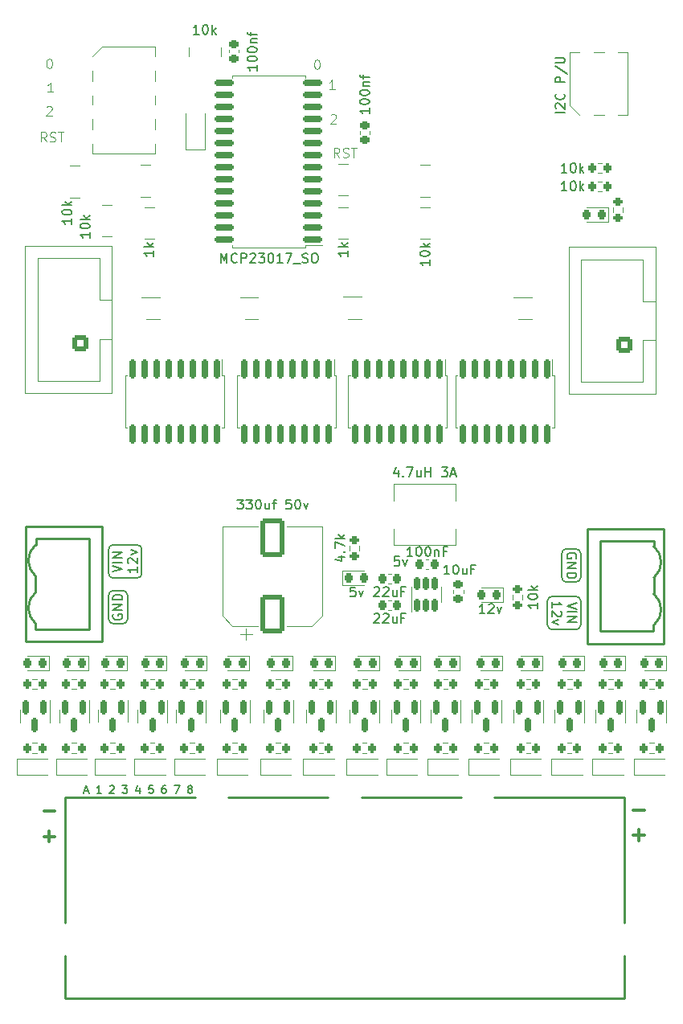
<source format=gbr>
%TF.GenerationSoftware,KiCad,Pcbnew,(6.0.9)*%
%TF.CreationDate,2023-11-05T17:37:45+05:30*%
%TF.ProjectId,Modular-I2C-4PxRJ45-Relay-Driver,4d6f6475-6c61-4722-9d49-32432d345078,2*%
%TF.SameCoordinates,Original*%
%TF.FileFunction,Legend,Top*%
%TF.FilePolarity,Positive*%
%FSLAX46Y46*%
G04 Gerber Fmt 4.6, Leading zero omitted, Abs format (unit mm)*
G04 Created by KiCad (PCBNEW (6.0.9)) date 2023-11-05 17:37:45*
%MOMM*%
%LPD*%
G01*
G04 APERTURE LIST*
G04 Aperture macros list*
%AMRoundRect*
0 Rectangle with rounded corners*
0 $1 Rounding radius*
0 $2 $3 $4 $5 $6 $7 $8 $9 X,Y pos of 4 corners*
0 Add a 4 corners polygon primitive as box body*
4,1,4,$2,$3,$4,$5,$6,$7,$8,$9,$2,$3,0*
0 Add four circle primitives for the rounded corners*
1,1,$1+$1,$2,$3*
1,1,$1+$1,$4,$5*
1,1,$1+$1,$6,$7*
1,1,$1+$1,$8,$9*
0 Add four rect primitives between the rounded corners*
20,1,$1+$1,$2,$3,$4,$5,0*
20,1,$1+$1,$4,$5,$6,$7,0*
20,1,$1+$1,$6,$7,$8,$9,0*
20,1,$1+$1,$8,$9,$2,$3,0*%
G04 Aperture macros list end*
%ADD10C,0.150000*%
%ADD11C,0.200000*%
%ADD12C,0.125000*%
%ADD13C,0.300000*%
%ADD14C,0.120000*%
%ADD15C,0.254000*%
%ADD16C,0.100000*%
%ADD17RoundRect,0.250000X0.600000X0.600000X-0.600000X0.600000X-0.600000X-0.600000X0.600000X-0.600000X0*%
%ADD18C,1.700000*%
%ADD19RoundRect,0.218750X0.218750X0.256250X-0.218750X0.256250X-0.218750X-0.256250X0.218750X-0.256250X0*%
%ADD20RoundRect,0.200000X-0.200000X-0.275000X0.200000X-0.275000X0.200000X0.275000X-0.200000X0.275000X0*%
%ADD21R,2.000000X1.100000*%
%ADD22R,0.800000X0.800000*%
%ADD23RoundRect,0.150000X-0.150000X0.837500X-0.150000X-0.837500X0.150000X-0.837500X0.150000X0.837500X0*%
%ADD24R,0.650000X0.400000*%
%ADD25RoundRect,0.150000X-0.150000X0.587500X-0.150000X-0.587500X0.150000X-0.587500X0.150000X0.587500X0*%
%ADD26C,3.000000*%
%ADD27R,0.800000X0.500000*%
%ADD28R,0.800000X0.400000*%
%ADD29RoundRect,0.200000X-0.275000X0.200000X-0.275000X-0.200000X0.275000X-0.200000X0.275000X0.200000X0*%
%ADD30RoundRect,0.218750X-0.218750X-0.256250X0.218750X-0.256250X0.218750X0.256250X-0.218750X0.256250X0*%
%ADD31RoundRect,0.225000X0.250000X-0.225000X0.250000X0.225000X-0.250000X0.225000X-0.250000X-0.225000X0*%
%ADD32R,0.500000X0.800000*%
%ADD33R,0.400000X0.800000*%
%ADD34RoundRect,0.225000X-0.250000X0.225000X-0.250000X-0.225000X0.250000X-0.225000X0.250000X0.225000X0*%
%ADD35RoundRect,0.200000X0.200000X0.275000X-0.200000X0.275000X-0.200000X-0.275000X0.200000X-0.275000X0*%
%ADD36RoundRect,0.150000X0.150000X-0.512500X0.150000X0.512500X-0.150000X0.512500X-0.150000X-0.512500X0*%
%ADD37RoundRect,0.225000X-0.225000X-0.250000X0.225000X-0.250000X0.225000X0.250000X-0.225000X0.250000X0*%
%ADD38R,1.500000X2.400000*%
%ADD39RoundRect,0.250000X1.000000X-1.750000X1.000000X1.750000X-1.000000X1.750000X-1.000000X-1.750000X0*%
%ADD40RoundRect,0.150000X0.875000X0.150000X-0.875000X0.150000X-0.875000X-0.150000X0.875000X-0.150000X0*%
%ADD41R,1.200000X3.300000*%
%ADD42R,3.300000X1.200000*%
%ADD43RoundRect,0.225000X0.225000X0.250000X-0.225000X0.250000X-0.225000X-0.250000X0.225000X-0.250000X0*%
%ADD44RoundRect,0.200000X0.275000X-0.200000X0.275000X0.200000X-0.275000X0.200000X-0.275000X-0.200000X0*%
%ADD45R,1.100000X1.100000*%
%ADD46C,3.250000*%
%ADD47C,1.500000*%
%ADD48C,2.600000*%
G04 APERTURE END LIST*
D10*
X106244900Y-64379400D02*
G75*
G03*
X106744900Y-63879400I0J500000D01*
G01*
X150992047Y-64489153D02*
G75*
G03*
X151492047Y-64989153I499953J-47D01*
G01*
X108244900Y-56564400D02*
G75*
G03*
X107744900Y-56064400I-500000J0D01*
G01*
X154492047Y-61989153D02*
X154492047Y-64489153D01*
X153992047Y-59989153D02*
X152992047Y-59989153D01*
X107744900Y-59564400D02*
X105244900Y-59564400D01*
X105244900Y-60879400D02*
G75*
G03*
X104744900Y-61379400I0J-500000D01*
G01*
X105244900Y-56064400D02*
X107744900Y-56064400D01*
X106744900Y-61379400D02*
G75*
G03*
X106244900Y-60879400I-500000J0D01*
G01*
X154492047Y-61989153D02*
G75*
G03*
X153992047Y-61489153I-500047J-47D01*
G01*
X153992047Y-59989247D02*
G75*
G03*
X154492047Y-59489153I-47J500047D01*
G01*
X151492047Y-61489247D02*
G75*
G03*
X150992047Y-61989153I-47J-499953D01*
G01*
X152492047Y-59489153D02*
G75*
G03*
X152992047Y-59989153I499953J-47D01*
G01*
X150992047Y-64489153D02*
X150992047Y-61989153D01*
X106744900Y-61379400D02*
X106744900Y-63879400D01*
X152492047Y-59489153D02*
X152492047Y-56989153D01*
X104744900Y-59064400D02*
X104744900Y-56564400D01*
X105244900Y-60879400D02*
X106244900Y-60879400D01*
X153992047Y-64989247D02*
G75*
G03*
X154492047Y-64489153I-47J500047D01*
G01*
X107744900Y-59564400D02*
G75*
G03*
X108244900Y-59064400I0J500000D01*
G01*
X104744900Y-63879400D02*
G75*
G03*
X105244900Y-64379400I500000J0D01*
G01*
X152992047Y-56489247D02*
G75*
G03*
X152492047Y-56989153I-47J-499953D01*
G01*
X153992047Y-56489153D02*
X152992047Y-56489153D01*
X153992047Y-64989153D02*
X151492047Y-64989153D01*
X151492047Y-61489153D02*
X153992047Y-61489153D01*
X154492047Y-59489153D02*
X154492047Y-56989153D01*
X104744900Y-61379400D02*
X104744900Y-63879400D01*
X105244900Y-64379400D02*
X106244900Y-64379400D01*
X104744900Y-59064400D02*
G75*
G03*
X105244900Y-59564400I500000J0D01*
G01*
X108244900Y-56564400D02*
X108244900Y-59064400D01*
X154492047Y-56989153D02*
G75*
G03*
X153992047Y-56489153I-500047J-47D01*
G01*
X105244900Y-56064400D02*
G75*
G03*
X104744900Y-56564400I0J-500000D01*
G01*
D11*
X102212809Y-81987333D02*
X102593761Y-81987333D01*
X102136619Y-82215904D02*
X102403285Y-81415904D01*
X102669952Y-82215904D01*
X103965190Y-82215904D02*
X103508047Y-82215904D01*
X103736619Y-82215904D02*
X103736619Y-81415904D01*
X103660428Y-81530190D01*
X103584238Y-81606380D01*
X103508047Y-81644476D01*
X104879476Y-81492095D02*
X104917571Y-81454000D01*
X104993761Y-81415904D01*
X105184238Y-81415904D01*
X105260428Y-81454000D01*
X105298523Y-81492095D01*
X105336619Y-81568285D01*
X105336619Y-81644476D01*
X105298523Y-81758761D01*
X104841380Y-82215904D01*
X105336619Y-82215904D01*
X106212809Y-81415904D02*
X106708047Y-81415904D01*
X106441380Y-81720666D01*
X106555666Y-81720666D01*
X106631857Y-81758761D01*
X106669952Y-81796857D01*
X106708047Y-81873047D01*
X106708047Y-82063523D01*
X106669952Y-82139714D01*
X106631857Y-82177809D01*
X106555666Y-82215904D01*
X106327095Y-82215904D01*
X106250904Y-82177809D01*
X106212809Y-82139714D01*
X108003285Y-81682571D02*
X108003285Y-82215904D01*
X107812809Y-81377809D02*
X107622333Y-81949238D01*
X108117571Y-81949238D01*
X109412809Y-81415904D02*
X109031857Y-81415904D01*
X108993761Y-81796857D01*
X109031857Y-81758761D01*
X109108047Y-81720666D01*
X109298523Y-81720666D01*
X109374714Y-81758761D01*
X109412809Y-81796857D01*
X109450904Y-81873047D01*
X109450904Y-82063523D01*
X109412809Y-82139714D01*
X109374714Y-82177809D01*
X109298523Y-82215904D01*
X109108047Y-82215904D01*
X109031857Y-82177809D01*
X108993761Y-82139714D01*
X110746142Y-81415904D02*
X110593761Y-81415904D01*
X110517571Y-81454000D01*
X110479476Y-81492095D01*
X110403285Y-81606380D01*
X110365190Y-81758761D01*
X110365190Y-82063523D01*
X110403285Y-82139714D01*
X110441380Y-82177809D01*
X110517571Y-82215904D01*
X110669952Y-82215904D01*
X110746142Y-82177809D01*
X110784238Y-82139714D01*
X110822333Y-82063523D01*
X110822333Y-81873047D01*
X110784238Y-81796857D01*
X110746142Y-81758761D01*
X110669952Y-81720666D01*
X110517571Y-81720666D01*
X110441380Y-81758761D01*
X110403285Y-81796857D01*
X110365190Y-81873047D01*
X111698523Y-81415904D02*
X112231857Y-81415904D01*
X111889000Y-82215904D01*
X113260428Y-81758761D02*
X113184238Y-81720666D01*
X113146142Y-81682571D01*
X113108047Y-81606380D01*
X113108047Y-81568285D01*
X113146142Y-81492095D01*
X113184238Y-81454000D01*
X113260428Y-81415904D01*
X113412809Y-81415904D01*
X113489000Y-81454000D01*
X113527095Y-81492095D01*
X113565190Y-81568285D01*
X113565190Y-81606380D01*
X113527095Y-81682571D01*
X113489000Y-81720666D01*
X113412809Y-81758761D01*
X113260428Y-81758761D01*
X113184238Y-81796857D01*
X113146142Y-81834952D01*
X113108047Y-81911142D01*
X113108047Y-82063523D01*
X113146142Y-82139714D01*
X113184238Y-82177809D01*
X113260428Y-82215904D01*
X113412809Y-82215904D01*
X113489000Y-82177809D01*
X113527095Y-82139714D01*
X113565190Y-82063523D01*
X113565190Y-81911142D01*
X113527095Y-81834952D01*
X113489000Y-81796857D01*
X113412809Y-81758761D01*
D12*
X98197380Y-13599380D02*
X97864047Y-13123190D01*
X97625952Y-13599380D02*
X97625952Y-12599380D01*
X98006904Y-12599380D01*
X98102142Y-12647000D01*
X98149761Y-12694619D01*
X98197380Y-12789857D01*
X98197380Y-12932714D01*
X98149761Y-13027952D01*
X98102142Y-13075571D01*
X98006904Y-13123190D01*
X97625952Y-13123190D01*
X98578333Y-13551761D02*
X98721190Y-13599380D01*
X98959285Y-13599380D01*
X99054523Y-13551761D01*
X99102142Y-13504142D01*
X99149761Y-13408904D01*
X99149761Y-13313666D01*
X99102142Y-13218428D01*
X99054523Y-13170809D01*
X98959285Y-13123190D01*
X98768809Y-13075571D01*
X98673571Y-13027952D01*
X98625952Y-12980333D01*
X98578333Y-12885095D01*
X98578333Y-12789857D01*
X98625952Y-12694619D01*
X98673571Y-12647000D01*
X98768809Y-12599380D01*
X99006904Y-12599380D01*
X99149761Y-12647000D01*
X99435476Y-12599380D02*
X100006904Y-12599380D01*
X99721190Y-13599380D02*
X99721190Y-12599380D01*
X128151885Y-10789619D02*
X128199504Y-10742000D01*
X128294742Y-10694380D01*
X128532838Y-10694380D01*
X128628076Y-10742000D01*
X128675695Y-10789619D01*
X128723314Y-10884857D01*
X128723314Y-10980095D01*
X128675695Y-11122952D01*
X128104266Y-11694380D01*
X128723314Y-11694380D01*
X98903714Y-8355180D02*
X98332285Y-8355180D01*
X98618000Y-8355180D02*
X98618000Y-7355180D01*
X98522761Y-7498038D01*
X98427523Y-7593276D01*
X98332285Y-7640895D01*
D13*
X160022571Y-83993142D02*
X161165428Y-83993142D01*
D10*
X153992047Y-57477248D02*
X154039666Y-57382010D01*
X154039666Y-57239153D01*
X153992047Y-57096295D01*
X153896808Y-57001057D01*
X153801570Y-56953438D01*
X153611094Y-56905819D01*
X153468237Y-56905819D01*
X153277761Y-56953438D01*
X153182523Y-57001057D01*
X153087285Y-57096295D01*
X153039666Y-57239153D01*
X153039666Y-57334391D01*
X153087285Y-57477248D01*
X153134904Y-57524867D01*
X153468237Y-57524867D01*
X153468237Y-57334391D01*
X153039666Y-57953438D02*
X154039666Y-57953438D01*
X153039666Y-58524867D01*
X154039666Y-58524867D01*
X153039666Y-59001057D02*
X154039666Y-59001057D01*
X154039666Y-59239153D01*
X153992047Y-59382010D01*
X153896808Y-59477248D01*
X153801570Y-59524867D01*
X153611094Y-59572486D01*
X153468237Y-59572486D01*
X153277761Y-59524867D01*
X153182523Y-59477248D01*
X153087285Y-59382010D01*
X153039666Y-59239153D01*
X153039666Y-59001057D01*
X100848380Y-21686038D02*
X100848380Y-22257466D01*
X100848380Y-21971752D02*
X99848380Y-21971752D01*
X99991238Y-22066990D01*
X100086476Y-22162228D01*
X100134095Y-22257466D01*
X99848380Y-21066990D02*
X99848380Y-20971752D01*
X99896000Y-20876514D01*
X99943619Y-20828895D01*
X100038857Y-20781276D01*
X100229333Y-20733657D01*
X100467428Y-20733657D01*
X100657904Y-20781276D01*
X100753142Y-20828895D01*
X100800761Y-20876514D01*
X100848380Y-20971752D01*
X100848380Y-21066990D01*
X100800761Y-21162228D01*
X100753142Y-21209847D01*
X100657904Y-21257466D01*
X100467428Y-21305085D01*
X100229333Y-21305085D01*
X100038857Y-21257466D01*
X99943619Y-21209847D01*
X99896000Y-21162228D01*
X99848380Y-21066990D01*
X100848380Y-20305085D02*
X99848380Y-20305085D01*
X100467428Y-20209847D02*
X100848380Y-19924133D01*
X100181714Y-19924133D02*
X100562666Y-20305085D01*
X152816780Y-10539961D02*
X151816780Y-10539961D01*
X151912019Y-10111390D02*
X151864400Y-10063771D01*
X151816780Y-9968533D01*
X151816780Y-9730438D01*
X151864400Y-9635200D01*
X151912019Y-9587580D01*
X152007257Y-9539961D01*
X152102495Y-9539961D01*
X152245352Y-9587580D01*
X152816780Y-10159009D01*
X152816780Y-9539961D01*
X152721542Y-8539961D02*
X152769161Y-8587580D01*
X152816780Y-8730438D01*
X152816780Y-8825676D01*
X152769161Y-8968533D01*
X152673923Y-9063771D01*
X152578685Y-9111390D01*
X152388209Y-9159009D01*
X152245352Y-9159009D01*
X152054876Y-9111390D01*
X151959638Y-9063771D01*
X151864400Y-8968533D01*
X151816780Y-8825676D01*
X151816780Y-8730438D01*
X151864400Y-8587580D01*
X151912019Y-8539961D01*
X152816780Y-7349485D02*
X151816780Y-7349485D01*
X151816780Y-6968533D01*
X151864400Y-6873295D01*
X151912019Y-6825676D01*
X152007257Y-6778057D01*
X152150114Y-6778057D01*
X152245352Y-6825676D01*
X152292971Y-6873295D01*
X152340590Y-6968533D01*
X152340590Y-7349485D01*
X151769161Y-5635200D02*
X153054876Y-6492342D01*
X151816780Y-5301866D02*
X152626304Y-5301866D01*
X152721542Y-5254247D01*
X152769161Y-5206628D01*
X152816780Y-5111390D01*
X152816780Y-4920914D01*
X152769161Y-4825676D01*
X152721542Y-4778057D01*
X152626304Y-4730438D01*
X151816780Y-4730438D01*
X154094666Y-62143914D02*
X153094666Y-62477248D01*
X154094666Y-62810581D01*
X153094666Y-63143914D02*
X154094666Y-63143914D01*
X153094666Y-63620105D02*
X154094666Y-63620105D01*
X153094666Y-64191533D01*
X154094666Y-64191533D01*
X151484666Y-62667724D02*
X151484666Y-62096295D01*
X151484666Y-62382010D02*
X152484666Y-62382010D01*
X152341808Y-62286772D01*
X152246570Y-62191533D01*
X152198951Y-62096295D01*
X152389427Y-63048676D02*
X152437047Y-63096295D01*
X152484666Y-63191533D01*
X152484666Y-63429629D01*
X152437047Y-63524867D01*
X152389427Y-63572486D01*
X152294189Y-63620105D01*
X152198951Y-63620105D01*
X152056094Y-63572486D01*
X151484666Y-63001057D01*
X151484666Y-63620105D01*
X152151332Y-63953438D02*
X151484666Y-64191533D01*
X152151332Y-64429629D01*
D13*
X160022571Y-86660142D02*
X161165428Y-86660142D01*
X160594000Y-87231571D02*
X160594000Y-86088714D01*
D10*
X105142280Y-58909638D02*
X106142280Y-58576304D01*
X105142280Y-58242971D01*
X106142280Y-57909638D02*
X105142280Y-57909638D01*
X106142280Y-57433447D02*
X105142280Y-57433447D01*
X106142280Y-56862019D01*
X105142280Y-56862019D01*
X107752280Y-58385828D02*
X107752280Y-58957257D01*
X107752280Y-58671542D02*
X106752280Y-58671542D01*
X106895138Y-58766780D01*
X106990376Y-58862019D01*
X107037995Y-58957257D01*
X106847519Y-58004876D02*
X106799900Y-57957257D01*
X106752280Y-57862019D01*
X106752280Y-57623923D01*
X106799900Y-57528685D01*
X106847519Y-57481066D01*
X106942757Y-57433447D01*
X107037995Y-57433447D01*
X107180852Y-57481066D01*
X107752280Y-58052495D01*
X107752280Y-57433447D01*
X107085614Y-57100114D02*
X107752280Y-56862019D01*
X107085614Y-56623923D01*
D12*
X126660730Y-4955180D02*
X126755969Y-4955180D01*
X126851207Y-5002800D01*
X126898826Y-5050419D01*
X126946445Y-5145657D01*
X126994064Y-5336133D01*
X126994064Y-5574228D01*
X126946445Y-5764704D01*
X126898826Y-5859942D01*
X126851207Y-5907561D01*
X126755969Y-5955180D01*
X126660730Y-5955180D01*
X126565492Y-5907561D01*
X126517873Y-5859942D01*
X126470254Y-5764704D01*
X126422635Y-5574228D01*
X126422635Y-5336133D01*
X126470254Y-5145657D01*
X126517873Y-5050419D01*
X126565492Y-5002800D01*
X126660730Y-4955180D01*
X98205285Y-9950419D02*
X98252904Y-9902800D01*
X98348142Y-9855180D01*
X98586238Y-9855180D01*
X98681476Y-9902800D01*
X98729095Y-9950419D01*
X98776714Y-10045657D01*
X98776714Y-10140895D01*
X98729095Y-10283752D01*
X98157666Y-10855180D01*
X98776714Y-10855180D01*
X128570914Y-8087580D02*
X127999485Y-8087580D01*
X128285200Y-8087580D02*
X128285200Y-7087580D01*
X128189961Y-7230438D01*
X128094723Y-7325676D01*
X127999485Y-7373295D01*
D10*
X105244900Y-63391304D02*
X105197280Y-63486542D01*
X105197280Y-63629400D01*
X105244900Y-63772257D01*
X105340138Y-63867495D01*
X105435376Y-63915114D01*
X105625852Y-63962733D01*
X105768709Y-63962733D01*
X105959185Y-63915114D01*
X106054423Y-63867495D01*
X106149661Y-63772257D01*
X106197280Y-63629400D01*
X106197280Y-63534161D01*
X106149661Y-63391304D01*
X106102042Y-63343685D01*
X105768709Y-63343685D01*
X105768709Y-63534161D01*
X106197280Y-62915114D02*
X105197280Y-62915114D01*
X106197280Y-62343685D01*
X105197280Y-62343685D01*
X106197280Y-61867495D02*
X105197280Y-61867495D01*
X105197280Y-61629400D01*
X105244900Y-61486542D01*
X105340138Y-61391304D01*
X105435376Y-61343685D01*
X105625852Y-61296066D01*
X105768709Y-61296066D01*
X105959185Y-61343685D01*
X106054423Y-61391304D01*
X106149661Y-61486542D01*
X106197280Y-61629400D01*
X106197280Y-61867495D01*
D12*
X129058380Y-15250380D02*
X128725047Y-14774190D01*
X128486952Y-15250380D02*
X128486952Y-14250380D01*
X128867904Y-14250380D01*
X128963142Y-14298000D01*
X129010761Y-14345619D01*
X129058380Y-14440857D01*
X129058380Y-14583714D01*
X129010761Y-14678952D01*
X128963142Y-14726571D01*
X128867904Y-14774190D01*
X128486952Y-14774190D01*
X129439333Y-15202761D02*
X129582190Y-15250380D01*
X129820285Y-15250380D01*
X129915523Y-15202761D01*
X129963142Y-15155142D01*
X130010761Y-15059904D01*
X130010761Y-14964666D01*
X129963142Y-14869428D01*
X129915523Y-14821809D01*
X129820285Y-14774190D01*
X129629809Y-14726571D01*
X129534571Y-14678952D01*
X129486952Y-14631333D01*
X129439333Y-14536095D01*
X129439333Y-14440857D01*
X129486952Y-14345619D01*
X129534571Y-14298000D01*
X129629809Y-14250380D01*
X129867904Y-14250380D01*
X130010761Y-14298000D01*
X130296476Y-14250380D02*
X130867904Y-14250380D01*
X130582190Y-15250380D02*
X130582190Y-14250380D01*
D13*
X97919571Y-86787142D02*
X99062428Y-86787142D01*
X98491000Y-87358571D02*
X98491000Y-86215714D01*
X97919571Y-84120142D02*
X99062428Y-84120142D01*
D12*
X98443380Y-4855180D02*
X98538619Y-4855180D01*
X98633857Y-4902800D01*
X98681476Y-4950419D01*
X98729095Y-5045657D01*
X98776714Y-5236133D01*
X98776714Y-5474228D01*
X98729095Y-5664704D01*
X98681476Y-5759942D01*
X98633857Y-5807561D01*
X98538619Y-5855180D01*
X98443380Y-5855180D01*
X98348142Y-5807561D01*
X98300523Y-5759942D01*
X98252904Y-5664704D01*
X98205285Y-5474228D01*
X98205285Y-5236133D01*
X98252904Y-5045657D01*
X98300523Y-4950419D01*
X98348142Y-4902800D01*
X98443380Y-4855180D01*
D10*
%TO.C,D3*%
X144399571Y-63285180D02*
X143828142Y-63285180D01*
X144113857Y-63285180D02*
X144113857Y-62285180D01*
X144018619Y-62428038D01*
X143923380Y-62523276D01*
X143828142Y-62570895D01*
X144780523Y-62380419D02*
X144828142Y-62332800D01*
X144923380Y-62285180D01*
X145161476Y-62285180D01*
X145256714Y-62332800D01*
X145304333Y-62380419D01*
X145351952Y-62475657D01*
X145351952Y-62570895D01*
X145304333Y-62713752D01*
X144732904Y-63285180D01*
X145351952Y-63285180D01*
X145685285Y-62618514D02*
X145923380Y-63285180D01*
X146161476Y-62618514D01*
%TO.C,RN9*%
X102753380Y-23140238D02*
X102753380Y-23711666D01*
X102753380Y-23425952D02*
X101753380Y-23425952D01*
X101896238Y-23521190D01*
X101991476Y-23616428D01*
X102039095Y-23711666D01*
X101753380Y-22521190D02*
X101753380Y-22425952D01*
X101801000Y-22330714D01*
X101848619Y-22283095D01*
X101943857Y-22235476D01*
X102134333Y-22187857D01*
X102372428Y-22187857D01*
X102562904Y-22235476D01*
X102658142Y-22283095D01*
X102705761Y-22330714D01*
X102753380Y-22425952D01*
X102753380Y-22521190D01*
X102705761Y-22616428D01*
X102658142Y-22664047D01*
X102562904Y-22711666D01*
X102372428Y-22759285D01*
X102134333Y-22759285D01*
X101943857Y-22711666D01*
X101848619Y-22664047D01*
X101801000Y-22616428D01*
X101753380Y-22521190D01*
X102753380Y-21759285D02*
X101753380Y-21759285D01*
X102372428Y-21664047D02*
X102753380Y-21378333D01*
X102086714Y-21378333D02*
X102467666Y-21759285D01*
%TO.C,R5*%
X149944580Y-62180038D02*
X149944580Y-62751466D01*
X149944580Y-62465752D02*
X148944580Y-62465752D01*
X149087438Y-62560990D01*
X149182676Y-62656228D01*
X149230295Y-62751466D01*
X148944580Y-61560990D02*
X148944580Y-61465752D01*
X148992200Y-61370514D01*
X149039819Y-61322895D01*
X149135057Y-61275276D01*
X149325533Y-61227657D01*
X149563628Y-61227657D01*
X149754104Y-61275276D01*
X149849342Y-61322895D01*
X149896961Y-61370514D01*
X149944580Y-61465752D01*
X149944580Y-61560990D01*
X149896961Y-61656228D01*
X149849342Y-61703847D01*
X149754104Y-61751466D01*
X149563628Y-61799085D01*
X149325533Y-61799085D01*
X149135057Y-61751466D01*
X149039819Y-61703847D01*
X148992200Y-61656228D01*
X148944580Y-61560990D01*
X149944580Y-60799085D02*
X148944580Y-60799085D01*
X149563628Y-60703847D02*
X149944580Y-60418133D01*
X149277914Y-60418133D02*
X149658866Y-60799085D01*
%TO.C,D2*%
X130733142Y-60529180D02*
X130256952Y-60529180D01*
X130209333Y-61005371D01*
X130256952Y-60957752D01*
X130352190Y-60910133D01*
X130590285Y-60910133D01*
X130685523Y-60957752D01*
X130733142Y-61005371D01*
X130780761Y-61100609D01*
X130780761Y-61338704D01*
X130733142Y-61433942D01*
X130685523Y-61481561D01*
X130590285Y-61529180D01*
X130352190Y-61529180D01*
X130256952Y-61481561D01*
X130209333Y-61433942D01*
X131114095Y-60862514D02*
X131352190Y-61529180D01*
X131590285Y-60862514D01*
%TO.C,C1*%
X120374380Y-5527561D02*
X120374380Y-6098990D01*
X120374380Y-5813276D02*
X119374380Y-5813276D01*
X119517238Y-5908514D01*
X119612476Y-6003752D01*
X119660095Y-6098990D01*
X119374380Y-4908514D02*
X119374380Y-4813276D01*
X119422000Y-4718038D01*
X119469619Y-4670419D01*
X119564857Y-4622800D01*
X119755333Y-4575180D01*
X119993428Y-4575180D01*
X120183904Y-4622800D01*
X120279142Y-4670419D01*
X120326761Y-4718038D01*
X120374380Y-4813276D01*
X120374380Y-4908514D01*
X120326761Y-5003752D01*
X120279142Y-5051371D01*
X120183904Y-5098990D01*
X119993428Y-5146609D01*
X119755333Y-5146609D01*
X119564857Y-5098990D01*
X119469619Y-5051371D01*
X119422000Y-5003752D01*
X119374380Y-4908514D01*
X119374380Y-3956133D02*
X119374380Y-3860895D01*
X119422000Y-3765657D01*
X119469619Y-3718038D01*
X119564857Y-3670419D01*
X119755333Y-3622800D01*
X119993428Y-3622800D01*
X120183904Y-3670419D01*
X120279142Y-3718038D01*
X120326761Y-3765657D01*
X120374380Y-3860895D01*
X120374380Y-3956133D01*
X120326761Y-4051371D01*
X120279142Y-4098990D01*
X120183904Y-4146609D01*
X119993428Y-4194228D01*
X119755333Y-4194228D01*
X119564857Y-4146609D01*
X119469619Y-4098990D01*
X119422000Y-4051371D01*
X119374380Y-3956133D01*
X119707714Y-3194228D02*
X120374380Y-3194228D01*
X119802952Y-3194228D02*
X119755333Y-3146609D01*
X119707714Y-3051371D01*
X119707714Y-2908514D01*
X119755333Y-2813276D01*
X119850571Y-2765657D01*
X120374380Y-2765657D01*
X119707714Y-2432323D02*
X119707714Y-2051371D01*
X120374380Y-2289466D02*
X119517238Y-2289466D01*
X119422000Y-2241847D01*
X119374380Y-2146609D01*
X119374380Y-2051371D01*
%TO.C,RN1*%
X114278761Y-2282380D02*
X113707333Y-2282380D01*
X113993047Y-2282380D02*
X113993047Y-1282380D01*
X113897809Y-1425238D01*
X113802571Y-1520476D01*
X113707333Y-1568095D01*
X114897809Y-1282380D02*
X114993047Y-1282380D01*
X115088285Y-1330000D01*
X115135904Y-1377619D01*
X115183523Y-1472857D01*
X115231142Y-1663333D01*
X115231142Y-1901428D01*
X115183523Y-2091904D01*
X115135904Y-2187142D01*
X115088285Y-2234761D01*
X114993047Y-2282380D01*
X114897809Y-2282380D01*
X114802571Y-2234761D01*
X114754952Y-2187142D01*
X114707333Y-2091904D01*
X114659714Y-1901428D01*
X114659714Y-1663333D01*
X114707333Y-1472857D01*
X114754952Y-1377619D01*
X114802571Y-1330000D01*
X114897809Y-1282380D01*
X115659714Y-2282380D02*
X115659714Y-1282380D01*
X115754952Y-1901428D02*
X116040666Y-2282380D01*
X116040666Y-1615714D02*
X115659714Y-1996666D01*
%TO.C,C9*%
X140662771Y-59166380D02*
X140091342Y-59166380D01*
X140377057Y-59166380D02*
X140377057Y-58166380D01*
X140281819Y-58309238D01*
X140186580Y-58404476D01*
X140091342Y-58452095D01*
X141281819Y-58166380D02*
X141377057Y-58166380D01*
X141472295Y-58214000D01*
X141519914Y-58261619D01*
X141567533Y-58356857D01*
X141615152Y-58547333D01*
X141615152Y-58785428D01*
X141567533Y-58975904D01*
X141519914Y-59071142D01*
X141472295Y-59118761D01*
X141377057Y-59166380D01*
X141281819Y-59166380D01*
X141186580Y-59118761D01*
X141138961Y-59071142D01*
X141091342Y-58975904D01*
X141043723Y-58785428D01*
X141043723Y-58547333D01*
X141091342Y-58356857D01*
X141138961Y-58261619D01*
X141186580Y-58214000D01*
X141281819Y-58166380D01*
X142472295Y-58499714D02*
X142472295Y-59166380D01*
X142043723Y-58499714D02*
X142043723Y-59023523D01*
X142091342Y-59118761D01*
X142186580Y-59166380D01*
X142329438Y-59166380D01*
X142424676Y-59118761D01*
X142472295Y-59071142D01*
X143281819Y-58642571D02*
X142948485Y-58642571D01*
X142948485Y-59166380D02*
X142948485Y-58166380D01*
X143424676Y-58166380D01*
%TO.C,R4*%
X153028111Y-16848680D02*
X152456683Y-16848680D01*
X152742397Y-16848680D02*
X152742397Y-15848680D01*
X152647159Y-15991538D01*
X152551921Y-16086776D01*
X152456683Y-16134395D01*
X153647159Y-15848680D02*
X153742397Y-15848680D01*
X153837635Y-15896300D01*
X153885254Y-15943919D01*
X153932873Y-16039157D01*
X153980492Y-16229633D01*
X153980492Y-16467728D01*
X153932873Y-16658204D01*
X153885254Y-16753442D01*
X153837635Y-16801061D01*
X153742397Y-16848680D01*
X153647159Y-16848680D01*
X153551921Y-16801061D01*
X153504302Y-16753442D01*
X153456683Y-16658204D01*
X153409064Y-16467728D01*
X153409064Y-16229633D01*
X153456683Y-16039157D01*
X153504302Y-15943919D01*
X153551921Y-15896300D01*
X153647159Y-15848680D01*
X154409064Y-16848680D02*
X154409064Y-15848680D01*
X154504302Y-16467728D02*
X154790016Y-16848680D01*
X154790016Y-16182014D02*
X154409064Y-16562966D01*
%TO.C,U2*%
X135368342Y-57290380D02*
X134892152Y-57290380D01*
X134844533Y-57766571D01*
X134892152Y-57718952D01*
X134987390Y-57671333D01*
X135225485Y-57671333D01*
X135320723Y-57718952D01*
X135368342Y-57766571D01*
X135415961Y-57861809D01*
X135415961Y-58099904D01*
X135368342Y-58195142D01*
X135320723Y-58242761D01*
X135225485Y-58290380D01*
X134987390Y-58290380D01*
X134892152Y-58242761D01*
X134844533Y-58195142D01*
X135749295Y-57623714D02*
X135987390Y-58290380D01*
X136225485Y-57623714D01*
%TO.C,C7*%
X132738342Y-60593619D02*
X132785961Y-60546000D01*
X132881200Y-60498380D01*
X133119295Y-60498380D01*
X133214533Y-60546000D01*
X133262152Y-60593619D01*
X133309771Y-60688857D01*
X133309771Y-60784095D01*
X133262152Y-60926952D01*
X132690723Y-61498380D01*
X133309771Y-61498380D01*
X133690723Y-60593619D02*
X133738342Y-60546000D01*
X133833580Y-60498380D01*
X134071676Y-60498380D01*
X134166914Y-60546000D01*
X134214533Y-60593619D01*
X134262152Y-60688857D01*
X134262152Y-60784095D01*
X134214533Y-60926952D01*
X133643104Y-61498380D01*
X134262152Y-61498380D01*
X135119295Y-60831714D02*
X135119295Y-61498380D01*
X134690723Y-60831714D02*
X134690723Y-61355523D01*
X134738342Y-61450761D01*
X134833580Y-61498380D01*
X134976438Y-61498380D01*
X135071676Y-61450761D01*
X135119295Y-61403142D01*
X135928819Y-60974571D02*
X135595485Y-60974571D01*
X135595485Y-61498380D02*
X135595485Y-60498380D01*
X136071676Y-60498380D01*
%TO.C,C8*%
X132725342Y-63387619D02*
X132772961Y-63340000D01*
X132868200Y-63292380D01*
X133106295Y-63292380D01*
X133201533Y-63340000D01*
X133249152Y-63387619D01*
X133296771Y-63482857D01*
X133296771Y-63578095D01*
X133249152Y-63720952D01*
X132677723Y-64292380D01*
X133296771Y-64292380D01*
X133677723Y-63387619D02*
X133725342Y-63340000D01*
X133820580Y-63292380D01*
X134058676Y-63292380D01*
X134153914Y-63340000D01*
X134201533Y-63387619D01*
X134249152Y-63482857D01*
X134249152Y-63578095D01*
X134201533Y-63720952D01*
X133630104Y-64292380D01*
X134249152Y-64292380D01*
X135106295Y-63625714D02*
X135106295Y-64292380D01*
X134677723Y-63625714D02*
X134677723Y-64149523D01*
X134725342Y-64244761D01*
X134820580Y-64292380D01*
X134963438Y-64292380D01*
X135058676Y-64244761D01*
X135106295Y-64197142D01*
X135915819Y-63768571D02*
X135582485Y-63768571D01*
X135582485Y-64292380D02*
X135582485Y-63292380D01*
X136058676Y-63292380D01*
%TO.C,L1*%
X135265485Y-48220714D02*
X135265485Y-48887380D01*
X135027390Y-47839761D02*
X134789295Y-48554047D01*
X135408342Y-48554047D01*
X135789295Y-48792142D02*
X135836914Y-48839761D01*
X135789295Y-48887380D01*
X135741676Y-48839761D01*
X135789295Y-48792142D01*
X135789295Y-48887380D01*
X136170247Y-47887380D02*
X136836914Y-47887380D01*
X136408342Y-48887380D01*
X137646438Y-48220714D02*
X137646438Y-48887380D01*
X137217866Y-48220714D02*
X137217866Y-48744523D01*
X137265485Y-48839761D01*
X137360723Y-48887380D01*
X137503580Y-48887380D01*
X137598819Y-48839761D01*
X137646438Y-48792142D01*
X138122628Y-48887380D02*
X138122628Y-47887380D01*
X138122628Y-48363571D02*
X138694057Y-48363571D01*
X138694057Y-48887380D02*
X138694057Y-47887380D01*
X139836914Y-47887380D02*
X140455961Y-47887380D01*
X140122628Y-48268333D01*
X140265485Y-48268333D01*
X140360723Y-48315952D01*
X140408342Y-48363571D01*
X140455961Y-48458809D01*
X140455961Y-48696904D01*
X140408342Y-48792142D01*
X140360723Y-48839761D01*
X140265485Y-48887380D01*
X139979771Y-48887380D01*
X139884533Y-48839761D01*
X139836914Y-48792142D01*
X140836914Y-48601666D02*
X141313104Y-48601666D01*
X140741676Y-48887380D02*
X141075009Y-47887380D01*
X141408342Y-48887380D01*
%TO.C,C5*%
X118297904Y-51301980D02*
X118916952Y-51301980D01*
X118583619Y-51682933D01*
X118726476Y-51682933D01*
X118821714Y-51730552D01*
X118869333Y-51778171D01*
X118916952Y-51873409D01*
X118916952Y-52111504D01*
X118869333Y-52206742D01*
X118821714Y-52254361D01*
X118726476Y-52301980D01*
X118440761Y-52301980D01*
X118345523Y-52254361D01*
X118297904Y-52206742D01*
X119250285Y-51301980D02*
X119869333Y-51301980D01*
X119536000Y-51682933D01*
X119678857Y-51682933D01*
X119774095Y-51730552D01*
X119821714Y-51778171D01*
X119869333Y-51873409D01*
X119869333Y-52111504D01*
X119821714Y-52206742D01*
X119774095Y-52254361D01*
X119678857Y-52301980D01*
X119393142Y-52301980D01*
X119297904Y-52254361D01*
X119250285Y-52206742D01*
X120488380Y-51301980D02*
X120583619Y-51301980D01*
X120678857Y-51349600D01*
X120726476Y-51397219D01*
X120774095Y-51492457D01*
X120821714Y-51682933D01*
X120821714Y-51921028D01*
X120774095Y-52111504D01*
X120726476Y-52206742D01*
X120678857Y-52254361D01*
X120583619Y-52301980D01*
X120488380Y-52301980D01*
X120393142Y-52254361D01*
X120345523Y-52206742D01*
X120297904Y-52111504D01*
X120250285Y-51921028D01*
X120250285Y-51682933D01*
X120297904Y-51492457D01*
X120345523Y-51397219D01*
X120393142Y-51349600D01*
X120488380Y-51301980D01*
X121678857Y-51635314D02*
X121678857Y-52301980D01*
X121250285Y-51635314D02*
X121250285Y-52159123D01*
X121297904Y-52254361D01*
X121393142Y-52301980D01*
X121536000Y-52301980D01*
X121631238Y-52254361D01*
X121678857Y-52206742D01*
X122012190Y-51635314D02*
X122393142Y-51635314D01*
X122155047Y-52301980D02*
X122155047Y-51444838D01*
X122202666Y-51349600D01*
X122297904Y-51301980D01*
X122393142Y-51301980D01*
X123964571Y-51301980D02*
X123488380Y-51301980D01*
X123440761Y-51778171D01*
X123488380Y-51730552D01*
X123583619Y-51682933D01*
X123821714Y-51682933D01*
X123916952Y-51730552D01*
X123964571Y-51778171D01*
X124012190Y-51873409D01*
X124012190Y-52111504D01*
X123964571Y-52206742D01*
X123916952Y-52254361D01*
X123821714Y-52301980D01*
X123583619Y-52301980D01*
X123488380Y-52254361D01*
X123440761Y-52206742D01*
X124631238Y-51301980D02*
X124726476Y-51301980D01*
X124821714Y-51349600D01*
X124869333Y-51397219D01*
X124916952Y-51492457D01*
X124964571Y-51682933D01*
X124964571Y-51921028D01*
X124916952Y-52111504D01*
X124869333Y-52206742D01*
X124821714Y-52254361D01*
X124726476Y-52301980D01*
X124631238Y-52301980D01*
X124536000Y-52254361D01*
X124488380Y-52206742D01*
X124440761Y-52111504D01*
X124393142Y-51921028D01*
X124393142Y-51682933D01*
X124440761Y-51492457D01*
X124488380Y-51397219D01*
X124536000Y-51349600D01*
X124631238Y-51301980D01*
X125297904Y-51635314D02*
X125536000Y-52301980D01*
X125774095Y-51635314D01*
%TO.C,R3*%
X153028111Y-18753680D02*
X152456683Y-18753680D01*
X152742397Y-18753680D02*
X152742397Y-17753680D01*
X152647159Y-17896538D01*
X152551921Y-17991776D01*
X152456683Y-18039395D01*
X153647159Y-17753680D02*
X153742397Y-17753680D01*
X153837635Y-17801300D01*
X153885254Y-17848919D01*
X153932873Y-17944157D01*
X153980492Y-18134633D01*
X153980492Y-18372728D01*
X153932873Y-18563204D01*
X153885254Y-18658442D01*
X153837635Y-18706061D01*
X153742397Y-18753680D01*
X153647159Y-18753680D01*
X153551921Y-18706061D01*
X153504302Y-18658442D01*
X153456683Y-18563204D01*
X153409064Y-18372728D01*
X153409064Y-18134633D01*
X153456683Y-17944157D01*
X153504302Y-17848919D01*
X153551921Y-17801300D01*
X153647159Y-17753680D01*
X154409064Y-18753680D02*
X154409064Y-17753680D01*
X154504302Y-18372728D02*
X154790016Y-18753680D01*
X154790016Y-18087014D02*
X154409064Y-18467966D01*
%TO.C,U1*%
X116554761Y-26353380D02*
X116554761Y-25353380D01*
X116888095Y-26067666D01*
X117221428Y-25353380D01*
X117221428Y-26353380D01*
X118269047Y-26258142D02*
X118221428Y-26305761D01*
X118078571Y-26353380D01*
X117983333Y-26353380D01*
X117840476Y-26305761D01*
X117745238Y-26210523D01*
X117697619Y-26115285D01*
X117650000Y-25924809D01*
X117650000Y-25781952D01*
X117697619Y-25591476D01*
X117745238Y-25496238D01*
X117840476Y-25401000D01*
X117983333Y-25353380D01*
X118078571Y-25353380D01*
X118221428Y-25401000D01*
X118269047Y-25448619D01*
X118697619Y-26353380D02*
X118697619Y-25353380D01*
X119078571Y-25353380D01*
X119173809Y-25401000D01*
X119221428Y-25448619D01*
X119269047Y-25543857D01*
X119269047Y-25686714D01*
X119221428Y-25781952D01*
X119173809Y-25829571D01*
X119078571Y-25877190D01*
X118697619Y-25877190D01*
X119650000Y-25448619D02*
X119697619Y-25401000D01*
X119792857Y-25353380D01*
X120030952Y-25353380D01*
X120126190Y-25401000D01*
X120173809Y-25448619D01*
X120221428Y-25543857D01*
X120221428Y-25639095D01*
X120173809Y-25781952D01*
X119602380Y-26353380D01*
X120221428Y-26353380D01*
X120554761Y-25353380D02*
X121173809Y-25353380D01*
X120840476Y-25734333D01*
X120983333Y-25734333D01*
X121078571Y-25781952D01*
X121126190Y-25829571D01*
X121173809Y-25924809D01*
X121173809Y-26162904D01*
X121126190Y-26258142D01*
X121078571Y-26305761D01*
X120983333Y-26353380D01*
X120697619Y-26353380D01*
X120602380Y-26305761D01*
X120554761Y-26258142D01*
X121792857Y-25353380D02*
X121888095Y-25353380D01*
X121983333Y-25401000D01*
X122030952Y-25448619D01*
X122078571Y-25543857D01*
X122126190Y-25734333D01*
X122126190Y-25972428D01*
X122078571Y-26162904D01*
X122030952Y-26258142D01*
X121983333Y-26305761D01*
X121888095Y-26353380D01*
X121792857Y-26353380D01*
X121697619Y-26305761D01*
X121650000Y-26258142D01*
X121602380Y-26162904D01*
X121554761Y-25972428D01*
X121554761Y-25734333D01*
X121602380Y-25543857D01*
X121650000Y-25448619D01*
X121697619Y-25401000D01*
X121792857Y-25353380D01*
X123078571Y-26353380D02*
X122507142Y-26353380D01*
X122792857Y-26353380D02*
X122792857Y-25353380D01*
X122697619Y-25496238D01*
X122602380Y-25591476D01*
X122507142Y-25639095D01*
X123411904Y-25353380D02*
X124078571Y-25353380D01*
X123650000Y-26353380D01*
X124221428Y-26448619D02*
X124983333Y-26448619D01*
X125173809Y-26305761D02*
X125316666Y-26353380D01*
X125554761Y-26353380D01*
X125650000Y-26305761D01*
X125697619Y-26258142D01*
X125745238Y-26162904D01*
X125745238Y-26067666D01*
X125697619Y-25972428D01*
X125650000Y-25924809D01*
X125554761Y-25877190D01*
X125364285Y-25829571D01*
X125269047Y-25781952D01*
X125221428Y-25734333D01*
X125173809Y-25639095D01*
X125173809Y-25543857D01*
X125221428Y-25448619D01*
X125269047Y-25401000D01*
X125364285Y-25353380D01*
X125602380Y-25353380D01*
X125745238Y-25401000D01*
X126364285Y-25353380D02*
X126554761Y-25353380D01*
X126650000Y-25401000D01*
X126745238Y-25496238D01*
X126792857Y-25686714D01*
X126792857Y-26020047D01*
X126745238Y-26210523D01*
X126650000Y-26305761D01*
X126554761Y-26353380D01*
X126364285Y-26353380D01*
X126269047Y-26305761D01*
X126173809Y-26210523D01*
X126126190Y-26020047D01*
X126126190Y-25686714D01*
X126173809Y-25496238D01*
X126269047Y-25401000D01*
X126364285Y-25353380D01*
%TO.C,RN3*%
X138567380Y-26059238D02*
X138567380Y-26630666D01*
X138567380Y-26344952D02*
X137567380Y-26344952D01*
X137710238Y-26440190D01*
X137805476Y-26535428D01*
X137853095Y-26630666D01*
X137567380Y-25440190D02*
X137567380Y-25344952D01*
X137615000Y-25249714D01*
X137662619Y-25202095D01*
X137757857Y-25154476D01*
X137948333Y-25106857D01*
X138186428Y-25106857D01*
X138376904Y-25154476D01*
X138472142Y-25202095D01*
X138519761Y-25249714D01*
X138567380Y-25344952D01*
X138567380Y-25440190D01*
X138519761Y-25535428D01*
X138472142Y-25583047D01*
X138376904Y-25630666D01*
X138186428Y-25678285D01*
X137948333Y-25678285D01*
X137757857Y-25630666D01*
X137662619Y-25583047D01*
X137615000Y-25535428D01*
X137567380Y-25440190D01*
X138567380Y-24678285D02*
X137567380Y-24678285D01*
X138186428Y-24583047D02*
X138567380Y-24297333D01*
X137900714Y-24297333D02*
X138281666Y-24678285D01*
%TO.C,RN11*%
X129931380Y-25083035D02*
X129931380Y-25654464D01*
X129931380Y-25368749D02*
X128931380Y-25368749D01*
X129074238Y-25463988D01*
X129169476Y-25559226D01*
X129217095Y-25654464D01*
X129931380Y-24654464D02*
X128931380Y-24654464D01*
X129550428Y-24559226D02*
X129931380Y-24273511D01*
X129264714Y-24273511D02*
X129645666Y-24654464D01*
%TO.C,RN12*%
X109484380Y-25083047D02*
X109484380Y-25654476D01*
X109484380Y-25368761D02*
X108484380Y-25368761D01*
X108627238Y-25464000D01*
X108722476Y-25559238D01*
X108770095Y-25654476D01*
X109484380Y-24654476D02*
X108484380Y-24654476D01*
X109103428Y-24559238D02*
X109484380Y-24273523D01*
X108817714Y-24273523D02*
X109198666Y-24654476D01*
%TO.C,C6*%
X136770580Y-57261980D02*
X136199152Y-57261980D01*
X136484866Y-57261980D02*
X136484866Y-56261980D01*
X136389628Y-56404838D01*
X136294390Y-56500076D01*
X136199152Y-56547695D01*
X137389628Y-56261980D02*
X137484866Y-56261980D01*
X137580104Y-56309600D01*
X137627723Y-56357219D01*
X137675342Y-56452457D01*
X137722961Y-56642933D01*
X137722961Y-56881028D01*
X137675342Y-57071504D01*
X137627723Y-57166742D01*
X137580104Y-57214361D01*
X137484866Y-57261980D01*
X137389628Y-57261980D01*
X137294390Y-57214361D01*
X137246771Y-57166742D01*
X137199152Y-57071504D01*
X137151533Y-56881028D01*
X137151533Y-56642933D01*
X137199152Y-56452457D01*
X137246771Y-56357219D01*
X137294390Y-56309600D01*
X137389628Y-56261980D01*
X138342009Y-56261980D02*
X138437247Y-56261980D01*
X138532485Y-56309600D01*
X138580104Y-56357219D01*
X138627723Y-56452457D01*
X138675342Y-56642933D01*
X138675342Y-56881028D01*
X138627723Y-57071504D01*
X138580104Y-57166742D01*
X138532485Y-57214361D01*
X138437247Y-57261980D01*
X138342009Y-57261980D01*
X138246771Y-57214361D01*
X138199152Y-57166742D01*
X138151533Y-57071504D01*
X138103914Y-56881028D01*
X138103914Y-56642933D01*
X138151533Y-56452457D01*
X138199152Y-56357219D01*
X138246771Y-56309600D01*
X138342009Y-56261980D01*
X139103914Y-56595314D02*
X139103914Y-57261980D01*
X139103914Y-56690552D02*
X139151533Y-56642933D01*
X139246771Y-56595314D01*
X139389628Y-56595314D01*
X139484866Y-56642933D01*
X139532485Y-56738171D01*
X139532485Y-57261980D01*
X140342009Y-56738171D02*
X140008676Y-56738171D01*
X140008676Y-57261980D02*
X140008676Y-56261980D01*
X140484866Y-56261980D01*
%TO.C,C3*%
X132217380Y-10043761D02*
X132217380Y-10615190D01*
X132217380Y-10329476D02*
X131217380Y-10329476D01*
X131360238Y-10424714D01*
X131455476Y-10519952D01*
X131503095Y-10615190D01*
X131217380Y-9424714D02*
X131217380Y-9329476D01*
X131265000Y-9234238D01*
X131312619Y-9186619D01*
X131407857Y-9139000D01*
X131598333Y-9091380D01*
X131836428Y-9091380D01*
X132026904Y-9139000D01*
X132122142Y-9186619D01*
X132169761Y-9234238D01*
X132217380Y-9329476D01*
X132217380Y-9424714D01*
X132169761Y-9519952D01*
X132122142Y-9567571D01*
X132026904Y-9615190D01*
X131836428Y-9662809D01*
X131598333Y-9662809D01*
X131407857Y-9615190D01*
X131312619Y-9567571D01*
X131265000Y-9519952D01*
X131217380Y-9424714D01*
X131217380Y-8472333D02*
X131217380Y-8377095D01*
X131265000Y-8281857D01*
X131312619Y-8234238D01*
X131407857Y-8186619D01*
X131598333Y-8139000D01*
X131836428Y-8139000D01*
X132026904Y-8186619D01*
X132122142Y-8234238D01*
X132169761Y-8281857D01*
X132217380Y-8377095D01*
X132217380Y-8472333D01*
X132169761Y-8567571D01*
X132122142Y-8615190D01*
X132026904Y-8662809D01*
X131836428Y-8710428D01*
X131598333Y-8710428D01*
X131407857Y-8662809D01*
X131312619Y-8615190D01*
X131265000Y-8567571D01*
X131217380Y-8472333D01*
X131550714Y-7710428D02*
X132217380Y-7710428D01*
X131645952Y-7710428D02*
X131598333Y-7662809D01*
X131550714Y-7567571D01*
X131550714Y-7424714D01*
X131598333Y-7329476D01*
X131693571Y-7281857D01*
X132217380Y-7281857D01*
X131550714Y-6948523D02*
X131550714Y-6567571D01*
X132217380Y-6805666D02*
X131360238Y-6805666D01*
X131265000Y-6758047D01*
X131217380Y-6662809D01*
X131217380Y-6567571D01*
%TO.C,R1*%
X128977714Y-57331771D02*
X129644380Y-57331771D01*
X128596761Y-57569866D02*
X129311047Y-57807961D01*
X129311047Y-57188914D01*
X129549142Y-56807961D02*
X129596761Y-56760342D01*
X129644380Y-56807961D01*
X129596761Y-56855580D01*
X129549142Y-56807961D01*
X129644380Y-56807961D01*
X128644380Y-56427009D02*
X128644380Y-55760342D01*
X129644380Y-56188914D01*
X129644380Y-55379390D02*
X128644380Y-55379390D01*
X129263428Y-55284152D02*
X129644380Y-54998438D01*
X128977714Y-54998438D02*
X129358666Y-55379390D01*
D14*
%TO.C,J1*%
X162360000Y-24701000D02*
X162360000Y-40201000D01*
X161050000Y-26001000D02*
X161050000Y-30401000D01*
X153240000Y-24701000D02*
X162360000Y-24701000D01*
X161050000Y-38901000D02*
X154550000Y-38901000D01*
X161050000Y-30401000D02*
X161050000Y-30401000D01*
X162360000Y-40201000D02*
X153240000Y-40201000D01*
X154550000Y-26001000D02*
X161050000Y-26001000D01*
X161050000Y-34501000D02*
X161050000Y-38901000D01*
X153240000Y-40201000D02*
X153240000Y-24701000D01*
X154550000Y-38901000D02*
X154550000Y-26001000D01*
X161050000Y-30401000D02*
X162360000Y-30401000D01*
X162360000Y-34501000D02*
X161050000Y-34501000D01*
%TO.C,LED56*%
X117249000Y-69254000D02*
X119534000Y-69254000D01*
X119534000Y-69254000D02*
X119534000Y-67784000D01*
X119534000Y-67784000D02*
X117249000Y-67784000D01*
%TO.C,TH59*%
X131480742Y-77990900D02*
X131955258Y-77990900D01*
X131480742Y-76945900D02*
X131955258Y-76945900D01*
%TO.C,D57*%
X120722150Y-78631000D02*
X123962150Y-78631000D01*
X120722150Y-78631000D02*
X120722150Y-80251000D01*
X120722150Y-80251000D02*
X123962150Y-80251000D01*
%TO.C,D61*%
X138347000Y-78631000D02*
X141587000Y-78631000D01*
X138347000Y-78631000D02*
X138347000Y-80251000D01*
X138347000Y-80251000D02*
X141587000Y-80251000D01*
%TO.C,U5*%
X140404000Y-38200000D02*
X140199000Y-38200000D01*
X129984000Y-40960000D02*
X129984000Y-38200000D01*
X129984000Y-43720000D02*
X130189000Y-43720000D01*
X140404000Y-40960000D02*
X140404000Y-38200000D01*
X129984000Y-38200000D02*
X130189000Y-38200000D01*
X140404000Y-43720000D02*
X140199000Y-43720000D01*
X140199000Y-38200000D02*
X140199000Y-36510000D01*
X129984000Y-40960000D02*
X129984000Y-43720000D01*
X140404000Y-40960000D02*
X140404000Y-43720000D01*
%TO.C,LED66*%
X161179800Y-69254000D02*
X163464800Y-69254000D01*
X163464800Y-69254000D02*
X163464800Y-67784000D01*
X163464800Y-67784000D02*
X161179800Y-67784000D01*
%TO.C,D8*%
X110113000Y-29963800D02*
X108213000Y-29963800D01*
X108713000Y-32283800D02*
X110113000Y-32283800D01*
%TO.C,U4*%
X118300000Y-43720000D02*
X118505000Y-43720000D01*
X128515000Y-38200000D02*
X128515000Y-36510000D01*
X128720000Y-40960000D02*
X128720000Y-43720000D01*
X128720000Y-43720000D02*
X128515000Y-43720000D01*
X118300000Y-38200000D02*
X118505000Y-38200000D01*
X118300000Y-40960000D02*
X118300000Y-38200000D01*
X128720000Y-38200000D02*
X128515000Y-38200000D01*
X128720000Y-40960000D02*
X128720000Y-38200000D01*
X118300000Y-40960000D02*
X118300000Y-43720000D01*
%TO.C,D63*%
X147079300Y-80251000D02*
X150319300Y-80251000D01*
X147079300Y-78631000D02*
X150319300Y-78631000D01*
X147079300Y-78631000D02*
X147079300Y-80251000D01*
%TO.C,LED60*%
X135294300Y-69254000D02*
X137579300Y-69254000D01*
X137579300Y-69254000D02*
X137579300Y-67784000D01*
X137579300Y-67784000D02*
X135294300Y-67784000D01*
%TO.C,D3*%
X144046000Y-62065800D02*
X146331000Y-62065800D01*
X146331000Y-62065800D02*
X146331000Y-60595800D01*
X146331000Y-60595800D02*
X144046000Y-60595800D01*
%TO.C,R58*%
X126901242Y-70199200D02*
X127375758Y-70199200D01*
X126901242Y-71244200D02*
X127375758Y-71244200D01*
%TO.C,Q54*%
X110918500Y-74107000D02*
X110918500Y-74757000D01*
X107798500Y-74107000D02*
X107798500Y-73457000D01*
X107798500Y-74107000D02*
X107798500Y-74757000D01*
X110918500Y-74107000D02*
X110918500Y-72432000D01*
%TO.C,D7*%
X149349350Y-29963800D02*
X147449350Y-29963800D01*
X147949350Y-32283800D02*
X149349350Y-32283800D01*
%TO.C,TH54*%
X109121242Y-77990900D02*
X109595758Y-77990900D01*
X109121242Y-76945900D02*
X109595758Y-76945900D01*
%TO.C,LED55*%
X115054500Y-67784000D02*
X112769500Y-67784000D01*
X115054500Y-69254000D02*
X115054500Y-67784000D01*
X112769500Y-69254000D02*
X115054500Y-69254000D01*
%TO.C,TH61*%
X139997242Y-76945900D02*
X140471758Y-76945900D01*
X139997242Y-77990900D02*
X140471758Y-77990900D01*
%TO.C,LED58*%
X128643500Y-67784000D02*
X126358500Y-67784000D01*
X128643500Y-69254000D02*
X128643500Y-67784000D01*
X126358500Y-69254000D02*
X128643500Y-69254000D01*
%TO.C,R61*%
X140004742Y-70199200D02*
X140479258Y-70199200D01*
X140004742Y-71244200D02*
X140479258Y-71244200D01*
%TO.C,Q53*%
X103607500Y-74092762D02*
X103607500Y-73442762D01*
X106727500Y-74092762D02*
X106727500Y-72417762D01*
X106727500Y-74092762D02*
X106727500Y-74742762D01*
X103607500Y-74092762D02*
X103607500Y-74742762D01*
%TO.C,Q63*%
X150526800Y-74107000D02*
X150526800Y-74757000D01*
X150526800Y-74107000D02*
X150526800Y-72432000D01*
X147406800Y-74107000D02*
X147406800Y-74757000D01*
X147406800Y-74107000D02*
X147406800Y-73457000D01*
%TO.C,LED63*%
X150479300Y-67784000D02*
X148194300Y-67784000D01*
X148194300Y-69254000D02*
X150479300Y-69254000D01*
X150479300Y-69254000D02*
X150479300Y-67784000D01*
%TO.C,LED65*%
X156853500Y-69254000D02*
X159138500Y-69254000D01*
X159138500Y-67784000D02*
X156853500Y-67784000D01*
X159138500Y-69254000D02*
X159138500Y-67784000D01*
D15*
%TO.C,J4*%
X156573900Y-65166200D02*
X162161900Y-65166200D01*
X162206900Y-61229200D02*
X162206900Y-59532200D01*
X162161900Y-65166200D02*
X162161900Y-64658200D01*
X163267900Y-66497200D02*
X155176900Y-66497200D01*
X162161900Y-64658200D02*
X162161900Y-64531200D01*
X162206900Y-56230200D02*
X162206900Y-55641200D01*
X163267900Y-54371200D02*
X163267900Y-66497200D01*
X155176900Y-66497200D02*
X155176900Y-54371200D01*
X155176900Y-54371200D02*
X163267900Y-54371200D01*
X156573900Y-55641200D02*
X156573900Y-65166200D01*
X162206900Y-55641200D02*
X156573900Y-55641200D01*
X162206814Y-59532273D02*
G75*
G03*
X162206900Y-56230200I-1406914J1651073D01*
G01*
X162206814Y-64531273D02*
G75*
G03*
X162206900Y-61229200I-1406913J1651073D01*
G01*
D14*
%TO.C,J2*%
X105083000Y-24574000D02*
X105083000Y-40074000D01*
X103773000Y-30274000D02*
X103773000Y-30274000D01*
X97273000Y-25874000D02*
X103773000Y-25874000D01*
X95963000Y-40074000D02*
X95963000Y-24574000D01*
X95963000Y-24574000D02*
X105083000Y-24574000D01*
X103773000Y-38774000D02*
X97273000Y-38774000D01*
X103773000Y-30274000D02*
X105083000Y-30274000D01*
X97273000Y-38774000D02*
X97273000Y-25874000D01*
X105083000Y-34374000D02*
X103773000Y-34374000D01*
X105083000Y-40074000D02*
X95963000Y-40074000D01*
X103773000Y-34374000D02*
X103773000Y-38774000D01*
X103773000Y-25874000D02*
X103773000Y-30274000D01*
%TO.C,RN9*%
X105087000Y-20230000D02*
X104087000Y-20230000D01*
X105087000Y-23590000D02*
X104087000Y-23590000D01*
%TO.C,R5*%
X147320700Y-61347542D02*
X147320700Y-61822058D01*
X148365700Y-61347542D02*
X148365700Y-61822058D01*
%TO.C,D2*%
X131676000Y-58817800D02*
X129391000Y-58817800D01*
X129391000Y-58817800D02*
X129391000Y-60287800D01*
X129391000Y-60287800D02*
X131676000Y-60287800D01*
%TO.C,C1*%
X117412000Y-4213380D02*
X117412000Y-3932220D01*
X118432000Y-4213380D02*
X118432000Y-3932220D01*
%TO.C,RN1*%
X116554000Y-4630000D02*
X116554000Y-3630000D01*
X113194000Y-4630000D02*
X113194000Y-3630000D01*
%TO.C,D64*%
X151420500Y-78631000D02*
X151420500Y-80251000D01*
X151420500Y-80251000D02*
X154660500Y-80251000D01*
X151420500Y-78631000D02*
X154660500Y-78631000D01*
%TO.C,C9*%
X142117200Y-60859420D02*
X142117200Y-61140580D01*
X141097200Y-60859420D02*
X141097200Y-61140580D01*
%TO.C,R4*%
X156760608Y-15873800D02*
X156286092Y-15873800D01*
X156760608Y-16918800D02*
X156286092Y-16918800D01*
%TO.C,R60*%
X135837042Y-70199200D02*
X136311558Y-70199200D01*
X135837042Y-71244200D02*
X136311558Y-71244200D01*
%TO.C,LED57*%
X121821000Y-69254000D02*
X124106000Y-69254000D01*
X124106000Y-67784000D02*
X121821000Y-67784000D01*
X124106000Y-69254000D02*
X124106000Y-67784000D01*
%TO.C,RN7*%
X101651350Y-19468800D02*
X100651350Y-19468800D01*
X101651350Y-16108800D02*
X100651350Y-16108800D01*
%TO.C,U2*%
X139751200Y-61267000D02*
X139751200Y-62067000D01*
X139751200Y-61267000D02*
X139751200Y-60467000D01*
X136631200Y-61267000D02*
X136631200Y-60467000D01*
X136631200Y-61267000D02*
X136631200Y-63067000D01*
%TO.C,D53*%
X103280000Y-80251000D02*
X106520000Y-80251000D01*
X103280000Y-78631000D02*
X103280000Y-80251000D01*
X103280000Y-78631000D02*
X106520000Y-78631000D01*
%TO.C,TH60*%
X135829542Y-77990900D02*
X136304058Y-77990900D01*
X135829542Y-76945900D02*
X136304058Y-76945900D01*
%TO.C,C7*%
X134240620Y-59106000D02*
X134521780Y-59106000D01*
X134240620Y-60126000D02*
X134521780Y-60126000D01*
%TO.C,C8*%
X134227620Y-62920000D02*
X134508780Y-62920000D01*
X134227620Y-61900000D02*
X134508780Y-61900000D01*
%TO.C,R53*%
X104930242Y-71244200D02*
X105404758Y-71244200D01*
X104930242Y-70199200D02*
X105404758Y-70199200D01*
%TO.C,D6*%
X129981350Y-32268800D02*
X131381350Y-32268800D01*
X131381350Y-29948800D02*
X129481350Y-29948800D01*
%TO.C,TH56*%
X117798242Y-76945900D02*
X118272758Y-76945900D01*
X117798242Y-77990900D02*
X118272758Y-77990900D01*
%TO.C,LED53*%
X106707000Y-69254000D02*
X106707000Y-67784000D01*
X104422000Y-69254000D02*
X106707000Y-69254000D01*
X106707000Y-67784000D02*
X104422000Y-67784000D01*
%TO.C,RN16*%
X109108350Y-16022800D02*
X108108350Y-16022800D01*
X109108350Y-19382800D02*
X108108350Y-19382800D01*
%TO.C,U3*%
X106489000Y-40960000D02*
X106489000Y-43720000D01*
X116909000Y-40960000D02*
X116909000Y-38200000D01*
X106489000Y-40960000D02*
X106489000Y-38200000D01*
X116909000Y-43720000D02*
X116704000Y-43720000D01*
X116909000Y-38200000D02*
X116704000Y-38200000D01*
X106489000Y-43720000D02*
X106694000Y-43720000D01*
X116909000Y-40960000D02*
X116909000Y-43720000D01*
X106489000Y-38200000D02*
X106694000Y-38200000D01*
X116704000Y-38200000D02*
X116704000Y-36510000D01*
%TO.C,Q58*%
X128698500Y-74107000D02*
X128698500Y-72432000D01*
X128698500Y-74107000D02*
X128698500Y-74757000D01*
X125578500Y-74107000D02*
X125578500Y-74757000D01*
X125578500Y-74107000D02*
X125578500Y-73457000D01*
%TO.C,R51*%
X96729742Y-71244200D02*
X97204258Y-71244200D01*
X96729742Y-70199200D02*
X97204258Y-70199200D01*
%TO.C,TH53*%
X104930242Y-77990900D02*
X105404758Y-77990900D01*
X104930242Y-76945900D02*
X105404758Y-76945900D01*
%TO.C,LED61*%
X141747000Y-69254000D02*
X141747000Y-67784000D01*
X141747000Y-67784000D02*
X139462000Y-67784000D01*
X139462000Y-69254000D02*
X141747000Y-69254000D01*
%TO.C,LED64*%
X154820500Y-69254000D02*
X154820500Y-67784000D01*
X152535500Y-69254000D02*
X154820500Y-69254000D01*
X154820500Y-67784000D02*
X152535500Y-67784000D01*
%TO.C,L1*%
X134751200Y-51385000D02*
X134751200Y-49685000D01*
X141351200Y-49685000D02*
X141351200Y-51385000D01*
X134751200Y-49685000D02*
X141351200Y-49685000D01*
X141351200Y-54385000D02*
X141351200Y-56085000D01*
X141351200Y-56085000D02*
X134751200Y-56085000D01*
X134751200Y-56085000D02*
X134751200Y-54385000D01*
%TO.C,R54*%
X109121242Y-71244200D02*
X109595758Y-71244200D01*
X109121242Y-70199200D02*
X109595758Y-70199200D01*
%TO.C,TH57*%
X122372392Y-76945900D02*
X122846908Y-76945900D01*
X122372392Y-77990900D02*
X122846908Y-77990900D01*
%TO.C,D55*%
X111662000Y-78631000D02*
X111662000Y-80251000D01*
X111662000Y-78631000D02*
X114902000Y-78631000D01*
X111662000Y-80251000D02*
X114902000Y-80251000D01*
%TO.C,LED52*%
X100323500Y-69254000D02*
X102608500Y-69254000D01*
X102608500Y-67784000D02*
X100323500Y-67784000D01*
X102608500Y-69254000D02*
X102608500Y-67784000D01*
%TO.C,R65*%
X157396242Y-71244200D02*
X157870758Y-71244200D01*
X157396242Y-70199200D02*
X157870758Y-70199200D01*
%TO.C,TH66*%
X161715042Y-77990900D02*
X162189558Y-77990900D01*
X161715042Y-76945900D02*
X162189558Y-76945900D01*
%TO.C,C5*%
X126181563Y-64609600D02*
X127246000Y-63545163D01*
X117790437Y-64609600D02*
X120476000Y-64609600D01*
X126181563Y-64609600D02*
X123496000Y-64609600D01*
X116726000Y-63545163D02*
X116726000Y-54089600D01*
X118601000Y-65474600D02*
X119851000Y-65474600D01*
X117790437Y-64609600D02*
X116726000Y-63545163D01*
X116726000Y-54089600D02*
X120476000Y-54089600D01*
X127246000Y-54089600D02*
X123496000Y-54089600D01*
X127246000Y-63545163D02*
X127246000Y-54089600D01*
X119226000Y-66099600D02*
X119226000Y-64849600D01*
%TO.C,RN15*%
X128979000Y-19272000D02*
X129979000Y-19272000D01*
X128979000Y-15912000D02*
X129979000Y-15912000D01*
%TO.C,TH55*%
X113312242Y-77990900D02*
X113786758Y-77990900D01*
X113312242Y-76945900D02*
X113786758Y-76945900D01*
%TO.C,TH58*%
X126901242Y-76945900D02*
X127375758Y-76945900D01*
X126901242Y-77990900D02*
X127375758Y-77990900D01*
%TO.C,R56*%
X117798242Y-71244200D02*
X118272758Y-71244200D01*
X117798242Y-70199200D02*
X118272758Y-70199200D01*
%TO.C,R3*%
X156760608Y-18823800D02*
X156286092Y-18823800D01*
X156760608Y-17778800D02*
X156286092Y-17778800D01*
%TO.C,LED59*%
X130965000Y-69254000D02*
X133250000Y-69254000D01*
X133250000Y-67784000D02*
X130965000Y-67784000D01*
X133250000Y-69254000D02*
X133250000Y-67784000D01*
%TO.C,Q65*%
X159186000Y-74107000D02*
X159186000Y-74757000D01*
X159186000Y-74107000D02*
X159186000Y-72432000D01*
X156066000Y-74107000D02*
X156066000Y-73457000D01*
X156066000Y-74107000D02*
X156066000Y-74757000D01*
%TO.C,LED51*%
X98472000Y-67784000D02*
X96187000Y-67784000D01*
X98472000Y-69254000D02*
X98472000Y-67784000D01*
X96187000Y-69254000D02*
X98472000Y-69254000D01*
%TO.C,D4*%
X157380000Y-22010000D02*
X157380000Y-20540000D01*
X155095000Y-22010000D02*
X157380000Y-22010000D01*
X157380000Y-20540000D02*
X155095000Y-20540000D01*
%TO.C,TH62*%
X144307742Y-77990900D02*
X144782258Y-77990900D01*
X144307742Y-76945900D02*
X144782258Y-76945900D01*
%TO.C,TH63*%
X148729542Y-77990900D02*
X149204058Y-77990900D01*
X148729542Y-76945900D02*
X149204058Y-76945900D01*
%TO.C,R64*%
X153078242Y-71244200D02*
X153552758Y-71244200D01*
X153078242Y-70199200D02*
X153552758Y-70199200D01*
%TO.C,D58*%
X125251000Y-78631000D02*
X128491000Y-78631000D01*
X125251000Y-80251000D02*
X128491000Y-80251000D01*
X125251000Y-78631000D02*
X125251000Y-80251000D01*
%TO.C,R62*%
X144315242Y-70199200D02*
X144789758Y-70199200D01*
X144315242Y-71244200D02*
X144789758Y-71244200D01*
%TO.C,RN5*%
X137615000Y-19399000D02*
X138615000Y-19399000D01*
X137615000Y-16039000D02*
X138615000Y-16039000D01*
%TO.C,D65*%
X155738500Y-80251000D02*
X158978500Y-80251000D01*
X155738500Y-78631000D02*
X158978500Y-78631000D01*
X155738500Y-78631000D02*
X155738500Y-80251000D01*
%TO.C,D60*%
X134030500Y-78631000D02*
X137270500Y-78631000D01*
X134030500Y-78631000D02*
X134030500Y-80251000D01*
X134030500Y-80251000D02*
X137270500Y-80251000D01*
%TO.C,Q57*%
X121049650Y-74107000D02*
X121049650Y-74757000D01*
X121049650Y-74107000D02*
X121049650Y-73457000D01*
X124169650Y-74107000D02*
X124169650Y-74757000D01*
X124169650Y-74107000D02*
X124169650Y-72432000D01*
%TO.C,D52*%
X99216000Y-78631000D02*
X102456000Y-78631000D01*
X99216000Y-80251000D02*
X102456000Y-80251000D01*
X99216000Y-78631000D02*
X99216000Y-80251000D01*
%TO.C,R66*%
X161722542Y-71244200D02*
X162197058Y-71244200D01*
X161722542Y-70199200D02*
X162197058Y-70199200D01*
%TO.C,Q61*%
X138674500Y-74107000D02*
X138674500Y-74757000D01*
X141794500Y-74107000D02*
X141794500Y-74757000D01*
X138674500Y-74107000D02*
X138674500Y-73457000D01*
X141794500Y-74107000D02*
X141794500Y-72432000D01*
%TO.C,U1*%
X117745000Y-6627000D02*
X117745000Y-6872000D01*
X121605000Y-6627000D02*
X125465000Y-6627000D01*
X121605000Y-24747000D02*
X117745000Y-24747000D01*
X121605000Y-24747000D02*
X125465000Y-24747000D01*
X125465000Y-6627000D02*
X125465000Y-6872000D01*
X125465000Y-24747000D02*
X125465000Y-24502000D01*
X117745000Y-24747000D02*
X117745000Y-24502000D01*
X125465000Y-24502000D02*
X127280000Y-24502000D01*
X121605000Y-6627000D02*
X117745000Y-6627000D01*
%TO.C,D54*%
X107471000Y-78631000D02*
X110711000Y-78631000D01*
X107471000Y-80251000D02*
X110711000Y-80251000D01*
X107471000Y-78631000D02*
X107471000Y-80251000D01*
%TO.C,R57*%
X122372392Y-71244200D02*
X122846908Y-71244200D01*
X122372392Y-70199200D02*
X122846908Y-70199200D01*
%TO.C,R59*%
X131488242Y-71244200D02*
X131962758Y-71244200D01*
X131488242Y-70199200D02*
X131962758Y-70199200D01*
%TO.C,Q60*%
X137626800Y-74107000D02*
X137626800Y-74757000D01*
X137626800Y-74107000D02*
X137626800Y-72432000D01*
X134506800Y-74107000D02*
X134506800Y-74757000D01*
X134506800Y-74107000D02*
X134506800Y-73457000D01*
%TO.C,RN3*%
X137615000Y-20484000D02*
X138615000Y-20484000D01*
X137615000Y-23844000D02*
X138615000Y-23844000D01*
%TO.C,RN11*%
X128979000Y-23844000D02*
X129979000Y-23844000D01*
X128979000Y-20484000D02*
X129979000Y-20484000D01*
%TO.C,Q52*%
X99543500Y-74107000D02*
X99543500Y-74757000D01*
X102663500Y-74107000D02*
X102663500Y-74757000D01*
X99543500Y-74107000D02*
X99543500Y-73457000D01*
X102663500Y-74107000D02*
X102663500Y-72432000D01*
%TO.C,Q59*%
X130158000Y-74107000D02*
X130158000Y-74757000D01*
X133278000Y-74107000D02*
X133278000Y-72432000D01*
X130158000Y-74107000D02*
X130158000Y-73457000D01*
X133278000Y-74107000D02*
X133278000Y-74757000D01*
%TO.C,Q56*%
X116475500Y-74107000D02*
X116475500Y-74757000D01*
X116475500Y-74107000D02*
X116475500Y-73457000D01*
X119595500Y-74107000D02*
X119595500Y-74757000D01*
X119595500Y-74107000D02*
X119595500Y-72432000D01*
%TO.C,R55*%
X113312242Y-70199200D02*
X113786758Y-70199200D01*
X113312242Y-71244200D02*
X113786758Y-71244200D01*
%TO.C,TH51*%
X96729742Y-77990900D02*
X97204258Y-77990900D01*
X96729742Y-76945900D02*
X97204258Y-76945900D01*
D15*
%TO.C,J3*%
X97055900Y-64955400D02*
X102688900Y-64955400D01*
X95994900Y-54099400D02*
X104085900Y-54099400D01*
X97055900Y-59367400D02*
X97055900Y-61064400D01*
X97100900Y-55430400D02*
X97100900Y-55938400D01*
X95994900Y-66225400D02*
X95994900Y-54099400D01*
X102688900Y-55430400D02*
X97100900Y-55430400D01*
X97055900Y-64366400D02*
X97055900Y-64955400D01*
X97100900Y-55938400D02*
X97100900Y-56065400D01*
X104085900Y-54099400D02*
X104085900Y-66225400D01*
X104085900Y-66225400D02*
X95994900Y-66225400D01*
X102688900Y-64955400D02*
X102688900Y-55430400D01*
X97055986Y-56065327D02*
G75*
G03*
X97055900Y-59367400I1406913J-1651073D01*
G01*
X97055986Y-61064327D02*
G75*
G03*
X97055900Y-64366400I1406914J-1651073D01*
G01*
D14*
%TO.C,R52*%
X100866242Y-70199200D02*
X101340758Y-70199200D01*
X100866242Y-71244200D02*
X101340758Y-71244200D01*
D16*
%TO.C,SW5*%
X153343000Y-9806300D02*
X153343000Y-4206300D01*
X153343000Y-4206300D02*
X154343000Y-4206300D01*
X159403000Y-4206300D02*
X159403000Y-10806300D01*
X156943000Y-10806300D02*
X155843000Y-10806300D01*
X159393000Y-4206300D02*
X158393000Y-4206300D01*
X159393000Y-10806300D02*
X158393000Y-10806300D01*
X155843000Y-4206300D02*
X156943000Y-4206300D01*
X154343000Y-10806300D02*
X153343000Y-9806300D01*
D14*
%TO.C,U6*%
X151707000Y-40960000D02*
X151707000Y-38200000D01*
X151707000Y-38200000D02*
X151502000Y-38200000D01*
X151707000Y-40960000D02*
X151707000Y-43720000D01*
X151502000Y-38200000D02*
X151502000Y-36510000D01*
X141287000Y-40960000D02*
X141287000Y-38200000D01*
X141287000Y-38200000D02*
X141492000Y-38200000D01*
X141287000Y-43720000D02*
X141492000Y-43720000D01*
X151707000Y-43720000D02*
X151502000Y-43720000D01*
X141287000Y-40960000D02*
X141287000Y-43720000D01*
%TO.C,RN12*%
X109532000Y-20484000D02*
X108532000Y-20484000D01*
X109532000Y-23844000D02*
X108532000Y-23844000D01*
%TO.C,Q62*%
X142985000Y-74107000D02*
X142985000Y-74757000D01*
X146105000Y-74107000D02*
X146105000Y-74757000D01*
X142985000Y-74107000D02*
X142985000Y-73457000D01*
X146105000Y-74107000D02*
X146105000Y-72432000D01*
D16*
%TO.C,SW1*%
X109665000Y-14810000D02*
X109665000Y-13810000D01*
X104065000Y-3610000D02*
X109665000Y-3610000D01*
X109665000Y-6110000D02*
X109665000Y-7210000D01*
X103065000Y-7210000D02*
X103065000Y-6110000D01*
X103065000Y-12310000D02*
X103065000Y-11210000D01*
X103065000Y-4610000D02*
X104065000Y-3610000D01*
X103065000Y-14810000D02*
X103065000Y-13810000D01*
X109665000Y-3610000D02*
X109665000Y-4610000D01*
X109665000Y-14810000D02*
X103065000Y-14810000D01*
X109665000Y-9710000D02*
X109665000Y-8710000D01*
X103065000Y-9710000D02*
X103065000Y-8710000D01*
X109665000Y-12310000D02*
X109665000Y-11210000D01*
D14*
%TO.C,D59*%
X129830500Y-80251000D02*
X133070500Y-80251000D01*
X129830500Y-78631000D02*
X133070500Y-78631000D01*
X129830500Y-78631000D02*
X129830500Y-80251000D01*
%TO.C,D56*%
X116148000Y-78631000D02*
X119388000Y-78631000D01*
X116148000Y-80251000D02*
X119388000Y-80251000D01*
X116148000Y-78631000D02*
X116148000Y-80251000D01*
%TO.C,C6*%
X138458780Y-58602000D02*
X138177620Y-58602000D01*
X138458780Y-57582000D02*
X138177620Y-57582000D01*
%TO.C,Q55*%
X114982500Y-74107000D02*
X114982500Y-74757000D01*
X114982500Y-74107000D02*
X114982500Y-72432000D01*
X111862500Y-74107000D02*
X111862500Y-74757000D01*
X111862500Y-74107000D02*
X111862500Y-73457000D01*
%TO.C,R6*%
X157912500Y-21004258D02*
X157912500Y-20529742D01*
X158957500Y-21004258D02*
X158957500Y-20529742D01*
%TO.C,R63*%
X148737042Y-70199200D02*
X149211558Y-70199200D01*
X148737042Y-71244200D02*
X149211558Y-71244200D01*
%TO.C,LED62*%
X146204000Y-67784000D02*
X143919000Y-67784000D01*
X143919000Y-69254000D02*
X146204000Y-69254000D01*
X146204000Y-69254000D02*
X146204000Y-67784000D01*
%TO.C,Q51*%
X98527000Y-74107000D02*
X98527000Y-74757000D01*
X95407000Y-74107000D02*
X95407000Y-73457000D01*
X95407000Y-74107000D02*
X95407000Y-74757000D01*
X98527000Y-74107000D02*
X98527000Y-72432000D01*
%TO.C,D1*%
X114858000Y-14458000D02*
X114858000Y-10608000D01*
X112858000Y-14458000D02*
X112858000Y-10608000D01*
X112858000Y-14458000D02*
X114858000Y-14458000D01*
D15*
%TO.C,RJ45-1*%
X100156000Y-82702500D02*
X113856000Y-82702500D01*
X100156000Y-103842500D02*
X100156000Y-99342500D01*
X145356000Y-82702500D02*
X159056000Y-82702500D01*
X131371000Y-82702500D02*
X141871000Y-82702500D01*
X117341000Y-82702500D02*
X127841000Y-82702500D01*
X159056000Y-103842500D02*
X159056000Y-99342500D01*
X100156000Y-95902500D02*
X100156000Y-82702500D01*
X159056000Y-95902500D02*
X159056000Y-82702500D01*
X100156000Y-103842500D02*
X159056000Y-103842500D01*
D14*
%TO.C,C3*%
X131255000Y-12498420D02*
X131255000Y-12779580D01*
X132275000Y-12498420D02*
X132275000Y-12779580D01*
%TO.C,LED54*%
X110863500Y-69254000D02*
X110863500Y-67784000D01*
X110863500Y-67784000D02*
X108578500Y-67784000D01*
X108578500Y-69254000D02*
X110863500Y-69254000D01*
%TO.C,R1*%
X131144500Y-56165942D02*
X131144500Y-56640458D01*
X130099500Y-56165942D02*
X130099500Y-56640458D01*
%TO.C,TH65*%
X157388742Y-76945900D02*
X157863258Y-76945900D01*
X157388742Y-77990900D02*
X157863258Y-77990900D01*
%TO.C,Q66*%
X163512300Y-74107000D02*
X163512300Y-72432000D01*
X160392300Y-74107000D02*
X160392300Y-74757000D01*
X163512300Y-74107000D02*
X163512300Y-74757000D01*
X160392300Y-74107000D02*
X160392300Y-73457000D01*
%TO.C,D51*%
X95079500Y-78631000D02*
X98319500Y-78631000D01*
X95079500Y-80251000D02*
X98319500Y-80251000D01*
X95079500Y-78631000D02*
X95079500Y-80251000D01*
%TO.C,TH52*%
X100866242Y-76945900D02*
X101340758Y-76945900D01*
X100866242Y-77990900D02*
X101340758Y-77990900D01*
%TO.C,TH64*%
X153070742Y-76945900D02*
X153545258Y-76945900D01*
X153070742Y-77990900D02*
X153545258Y-77990900D01*
%TO.C,D66*%
X160064800Y-80251000D02*
X163304800Y-80251000D01*
X160064800Y-78631000D02*
X163304800Y-78631000D01*
X160064800Y-78631000D02*
X160064800Y-80251000D01*
%TO.C,D62*%
X142657500Y-80251000D02*
X145897500Y-80251000D01*
X142657500Y-78631000D02*
X142657500Y-80251000D01*
X142657500Y-78631000D02*
X145897500Y-78631000D01*
%TO.C,D5*%
X120520350Y-29963800D02*
X118620350Y-29963800D01*
X119120350Y-32283800D02*
X120520350Y-32283800D01*
%TO.C,Q64*%
X154868000Y-74107000D02*
X154868000Y-74757000D01*
X154868000Y-74107000D02*
X154868000Y-72432000D01*
X151748000Y-74107000D02*
X151748000Y-73457000D01*
X151748000Y-74107000D02*
X151748000Y-74757000D01*
%TD*%
%LPC*%
D17*
%TO.C,J1*%
X159070000Y-34991000D03*
D18*
X156530000Y-34991000D03*
X159070000Y-32451000D03*
X156530000Y-32451000D03*
X159070000Y-29911000D03*
X156530000Y-29911000D03*
%TD*%
D19*
%TO.C,LED56*%
X118836500Y-68519000D03*
X117261500Y-68519000D03*
%TD*%
D20*
%TO.C,TH59*%
X130893000Y-77468400D03*
X132543000Y-77468400D03*
%TD*%
D21*
%TO.C,D57*%
X121982150Y-79441000D03*
D22*
X123882150Y-79441000D03*
%TD*%
D21*
%TO.C,D61*%
X139607000Y-79441000D03*
D22*
X141507000Y-79441000D03*
%TD*%
D23*
%TO.C,U5*%
X139639000Y-37497500D03*
X138369000Y-37497500D03*
X137099000Y-37497500D03*
X135829000Y-37497500D03*
X134559000Y-37497500D03*
X133289000Y-37497500D03*
X132019000Y-37497500D03*
X130749000Y-37497500D03*
X130749000Y-44422500D03*
X132019000Y-44422500D03*
X133289000Y-44422500D03*
X134559000Y-44422500D03*
X135829000Y-44422500D03*
X137099000Y-44422500D03*
X138369000Y-44422500D03*
X139639000Y-44422500D03*
%TD*%
D19*
%TO.C,LED66*%
X162767300Y-68519000D03*
X161192300Y-68519000D03*
%TD*%
D24*
%TO.C,D8*%
X108463000Y-30473800D03*
X108463000Y-31123800D03*
X108463000Y-31773800D03*
X110363000Y-31773800D03*
X110363000Y-31123800D03*
X110363000Y-30473800D03*
%TD*%
D23*
%TO.C,U4*%
X127955000Y-37497500D03*
X126685000Y-37497500D03*
X125415000Y-37497500D03*
X124145000Y-37497500D03*
X122875000Y-37497500D03*
X121605000Y-37497500D03*
X120335000Y-37497500D03*
X119065000Y-37497500D03*
X119065000Y-44422500D03*
X120335000Y-44422500D03*
X121605000Y-44422500D03*
X122875000Y-44422500D03*
X124145000Y-44422500D03*
X125415000Y-44422500D03*
X126685000Y-44422500D03*
X127955000Y-44422500D03*
%TD*%
D21*
%TO.C,D63*%
X148339300Y-79441000D03*
D22*
X150239300Y-79441000D03*
%TD*%
D19*
%TO.C,LED60*%
X136881800Y-68519000D03*
X135306800Y-68519000D03*
%TD*%
%TO.C,D3*%
X145633500Y-61330800D03*
X144058500Y-61330800D03*
%TD*%
D20*
%TO.C,R58*%
X126313500Y-70721700D03*
X127963500Y-70721700D03*
%TD*%
D25*
%TO.C,Q54*%
X110308500Y-73169500D03*
X108408500Y-73169500D03*
X109358500Y-75044500D03*
%TD*%
D24*
%TO.C,D7*%
X147699350Y-30473800D03*
X147699350Y-31123800D03*
X147699350Y-31773800D03*
X149599350Y-31773800D03*
X149599350Y-31123800D03*
X149599350Y-30473800D03*
%TD*%
D20*
%TO.C,TH54*%
X108533500Y-77468400D03*
X110183500Y-77468400D03*
%TD*%
D19*
%TO.C,LED55*%
X114357000Y-68519000D03*
X112782000Y-68519000D03*
%TD*%
D20*
%TO.C,TH61*%
X139409500Y-77468400D03*
X141059500Y-77468400D03*
%TD*%
D19*
%TO.C,LED58*%
X127946000Y-68519000D03*
X126371000Y-68519000D03*
%TD*%
D20*
%TO.C,R61*%
X139417000Y-70721700D03*
X141067000Y-70721700D03*
%TD*%
D25*
%TO.C,Q53*%
X106117500Y-73155262D03*
X104217500Y-73155262D03*
X105167500Y-75030262D03*
%TD*%
%TO.C,Q63*%
X149916800Y-73169500D03*
X148016800Y-73169500D03*
X148966800Y-75044500D03*
%TD*%
D19*
%TO.C,LED63*%
X149781800Y-68519000D03*
X148206800Y-68519000D03*
%TD*%
%TO.C,LED65*%
X158441000Y-68519000D03*
X156866000Y-68519000D03*
%TD*%
D26*
%TO.C,J4*%
X159367900Y-62966200D03*
X159367900Y-57968200D03*
%TD*%
D17*
%TO.C,J2*%
X101793000Y-34864000D03*
D18*
X99253000Y-34864000D03*
X101793000Y-32324000D03*
X99253000Y-32324000D03*
X101793000Y-29784000D03*
X99253000Y-29784000D03*
%TD*%
D27*
%TO.C,RN9*%
X103687000Y-20710000D03*
D28*
X103687000Y-21510000D03*
X103687000Y-22310000D03*
D27*
X103687000Y-23110000D03*
X105487000Y-23110000D03*
D28*
X105487000Y-22310000D03*
X105487000Y-21510000D03*
D27*
X105487000Y-20710000D03*
%TD*%
D29*
%TO.C,R5*%
X147843200Y-60759800D03*
X147843200Y-62409800D03*
%TD*%
D30*
%TO.C,D2*%
X130088500Y-59552800D03*
X131663500Y-59552800D03*
%TD*%
D31*
%TO.C,C1*%
X117922000Y-4847800D03*
X117922000Y-3297800D03*
%TD*%
D32*
%TO.C,RN1*%
X116074000Y-3230000D03*
D33*
X115274000Y-3230000D03*
X114474000Y-3230000D03*
D32*
X113674000Y-3230000D03*
X113674000Y-5030000D03*
D33*
X114474000Y-5030000D03*
X115274000Y-5030000D03*
D32*
X116074000Y-5030000D03*
%TD*%
D21*
%TO.C,D64*%
X152680500Y-79441000D03*
D22*
X154580500Y-79441000D03*
%TD*%
D34*
%TO.C,C9*%
X141607200Y-60225000D03*
X141607200Y-61775000D03*
%TD*%
D35*
%TO.C,R4*%
X157348350Y-16396300D03*
X155698350Y-16396300D03*
%TD*%
D20*
%TO.C,R60*%
X135249300Y-70721700D03*
X136899300Y-70721700D03*
%TD*%
D19*
%TO.C,LED57*%
X123408500Y-68519000D03*
X121833500Y-68519000D03*
%TD*%
D27*
%TO.C,RN7*%
X100251350Y-16588800D03*
D28*
X100251350Y-17388800D03*
X100251350Y-18188800D03*
D27*
X100251350Y-18988800D03*
X102051350Y-18988800D03*
D28*
X102051350Y-18188800D03*
X102051350Y-17388800D03*
D27*
X102051350Y-16588800D03*
%TD*%
D36*
%TO.C,U2*%
X137241200Y-62404500D03*
X138191200Y-62404500D03*
X139141200Y-62404500D03*
X139141200Y-60129500D03*
X138191200Y-60129500D03*
X137241200Y-60129500D03*
%TD*%
D21*
%TO.C,D53*%
X104540000Y-79441000D03*
D22*
X106440000Y-79441000D03*
%TD*%
D20*
%TO.C,TH60*%
X135241800Y-77468400D03*
X136891800Y-77468400D03*
%TD*%
D37*
%TO.C,C7*%
X133606200Y-59616000D03*
X135156200Y-59616000D03*
%TD*%
%TO.C,C8*%
X133593200Y-62410000D03*
X135143200Y-62410000D03*
%TD*%
D20*
%TO.C,R53*%
X104342500Y-70721700D03*
X105992500Y-70721700D03*
%TD*%
D24*
%TO.C,D6*%
X129731350Y-30458800D03*
X129731350Y-31108800D03*
X129731350Y-31758800D03*
X131631350Y-31758800D03*
X131631350Y-31108800D03*
X131631350Y-30458800D03*
%TD*%
D20*
%TO.C,TH56*%
X117210500Y-77468400D03*
X118860500Y-77468400D03*
%TD*%
D19*
%TO.C,LED53*%
X106009500Y-68519000D03*
X104434500Y-68519000D03*
%TD*%
D27*
%TO.C,RN16*%
X107708350Y-16502800D03*
D28*
X107708350Y-17302800D03*
X107708350Y-18102800D03*
D27*
X107708350Y-18902800D03*
X109508350Y-18902800D03*
D28*
X109508350Y-18102800D03*
X109508350Y-17302800D03*
D27*
X109508350Y-16502800D03*
%TD*%
D23*
%TO.C,U3*%
X116144000Y-37497500D03*
X114874000Y-37497500D03*
X113604000Y-37497500D03*
X112334000Y-37497500D03*
X111064000Y-37497500D03*
X109794000Y-37497500D03*
X108524000Y-37497500D03*
X107254000Y-37497500D03*
X107254000Y-44422500D03*
X108524000Y-44422500D03*
X109794000Y-44422500D03*
X111064000Y-44422500D03*
X112334000Y-44422500D03*
X113604000Y-44422500D03*
X114874000Y-44422500D03*
X116144000Y-44422500D03*
%TD*%
D25*
%TO.C,Q58*%
X128088500Y-73169500D03*
X126188500Y-73169500D03*
X127138500Y-75044500D03*
%TD*%
D20*
%TO.C,R51*%
X96142000Y-70721700D03*
X97792000Y-70721700D03*
%TD*%
%TO.C,TH53*%
X104342500Y-77468400D03*
X105992500Y-77468400D03*
%TD*%
D19*
%TO.C,LED61*%
X141049500Y-68519000D03*
X139474500Y-68519000D03*
%TD*%
%TO.C,LED64*%
X154123000Y-68519000D03*
X152548000Y-68519000D03*
%TD*%
D38*
%TO.C,L1*%
X140801200Y-52885000D03*
X135301200Y-52885000D03*
%TD*%
D20*
%TO.C,R54*%
X108533500Y-70721700D03*
X110183500Y-70721700D03*
%TD*%
%TO.C,TH57*%
X121784650Y-77468400D03*
X123434650Y-77468400D03*
%TD*%
D21*
%TO.C,D55*%
X112922000Y-79441000D03*
D22*
X114822000Y-79441000D03*
%TD*%
D19*
%TO.C,LED52*%
X101911000Y-68519000D03*
X100336000Y-68519000D03*
%TD*%
D20*
%TO.C,R65*%
X156808500Y-70721700D03*
X158458500Y-70721700D03*
%TD*%
%TO.C,TH66*%
X161127300Y-77468400D03*
X162777300Y-77468400D03*
%TD*%
D39*
%TO.C,C5*%
X121986000Y-63349600D03*
X121986000Y-55349600D03*
%TD*%
D27*
%TO.C,RN15*%
X130379000Y-18792000D03*
D28*
X130379000Y-17992000D03*
X130379000Y-17192000D03*
D27*
X130379000Y-16392000D03*
X128579000Y-16392000D03*
D28*
X128579000Y-17192000D03*
X128579000Y-17992000D03*
D27*
X128579000Y-18792000D03*
%TD*%
D20*
%TO.C,TH55*%
X112724500Y-77468400D03*
X114374500Y-77468400D03*
%TD*%
%TO.C,TH58*%
X126313500Y-77468400D03*
X127963500Y-77468400D03*
%TD*%
%TO.C,R56*%
X117210500Y-70721700D03*
X118860500Y-70721700D03*
%TD*%
D35*
%TO.C,R3*%
X157348350Y-18301300D03*
X155698350Y-18301300D03*
%TD*%
D19*
%TO.C,LED59*%
X132552500Y-68519000D03*
X130977500Y-68519000D03*
%TD*%
D25*
%TO.C,Q65*%
X158576000Y-73169500D03*
X156676000Y-73169500D03*
X157626000Y-75044500D03*
%TD*%
D19*
%TO.C,LED51*%
X97774500Y-68519000D03*
X96199500Y-68519000D03*
%TD*%
%TO.C,D4*%
X156682500Y-21275000D03*
X155107500Y-21275000D03*
%TD*%
D20*
%TO.C,TH62*%
X143720000Y-77468400D03*
X145370000Y-77468400D03*
%TD*%
%TO.C,TH63*%
X148141800Y-77468400D03*
X149791800Y-77468400D03*
%TD*%
%TO.C,R64*%
X152490500Y-70721700D03*
X154140500Y-70721700D03*
%TD*%
D21*
%TO.C,D58*%
X126511000Y-79441000D03*
D22*
X128411000Y-79441000D03*
%TD*%
D20*
%TO.C,R62*%
X143727500Y-70721700D03*
X145377500Y-70721700D03*
%TD*%
D27*
%TO.C,RN5*%
X139015000Y-18919000D03*
D28*
X139015000Y-18119000D03*
X139015000Y-17319000D03*
D27*
X139015000Y-16519000D03*
X137215000Y-16519000D03*
D28*
X137215000Y-17319000D03*
X137215000Y-18119000D03*
D27*
X137215000Y-18919000D03*
%TD*%
D21*
%TO.C,D65*%
X156998500Y-79441000D03*
D22*
X158898500Y-79441000D03*
%TD*%
D21*
%TO.C,D60*%
X135290500Y-79441000D03*
D22*
X137190500Y-79441000D03*
%TD*%
D25*
%TO.C,Q57*%
X123559650Y-73169500D03*
X121659650Y-73169500D03*
X122609650Y-75044500D03*
%TD*%
D21*
%TO.C,D52*%
X100476000Y-79441000D03*
D22*
X102376000Y-79441000D03*
%TD*%
D20*
%TO.C,R66*%
X161134800Y-70721700D03*
X162784800Y-70721700D03*
%TD*%
D25*
%TO.C,Q61*%
X141184500Y-73169500D03*
X139284500Y-73169500D03*
X140234500Y-75044500D03*
%TD*%
D40*
%TO.C,U1*%
X126255000Y-23942000D03*
X126255000Y-22672000D03*
X126255000Y-21402000D03*
X126255000Y-20132000D03*
X126255000Y-18862000D03*
X126255000Y-17592000D03*
X126255000Y-16322000D03*
X126255000Y-15052000D03*
X126255000Y-13782000D03*
X126255000Y-12512000D03*
X126255000Y-11242000D03*
X126255000Y-9972000D03*
X126255000Y-8702000D03*
X126255000Y-7432000D03*
X116955000Y-7432000D03*
X116955000Y-8702000D03*
X116955000Y-9972000D03*
X116955000Y-11242000D03*
X116955000Y-12512000D03*
X116955000Y-13782000D03*
X116955000Y-15052000D03*
X116955000Y-16322000D03*
X116955000Y-17592000D03*
X116955000Y-18862000D03*
X116955000Y-20132000D03*
X116955000Y-21402000D03*
X116955000Y-22672000D03*
X116955000Y-23942000D03*
%TD*%
D21*
%TO.C,D54*%
X108731000Y-79441000D03*
D22*
X110631000Y-79441000D03*
%TD*%
D20*
%TO.C,R57*%
X121784650Y-70721700D03*
X123434650Y-70721700D03*
%TD*%
%TO.C,R59*%
X130900500Y-70721700D03*
X132550500Y-70721700D03*
%TD*%
D25*
%TO.C,Q60*%
X137016800Y-73169500D03*
X135116800Y-73169500D03*
X136066800Y-75044500D03*
%TD*%
D27*
%TO.C,RN3*%
X139015000Y-23364000D03*
D28*
X139015000Y-22564000D03*
X139015000Y-21764000D03*
D27*
X139015000Y-20964000D03*
X137215000Y-20964000D03*
D28*
X137215000Y-21764000D03*
X137215000Y-22564000D03*
D27*
X137215000Y-23364000D03*
%TD*%
%TO.C,RN11*%
X130379000Y-23364000D03*
D28*
X130379000Y-22564000D03*
X130379000Y-21764000D03*
D27*
X130379000Y-20964000D03*
X128579000Y-20964000D03*
D28*
X128579000Y-21764000D03*
X128579000Y-22564000D03*
D27*
X128579000Y-23364000D03*
%TD*%
D25*
%TO.C,Q52*%
X102053500Y-73169500D03*
X100153500Y-73169500D03*
X101103500Y-75044500D03*
%TD*%
%TO.C,Q59*%
X132668000Y-73169500D03*
X130768000Y-73169500D03*
X131718000Y-75044500D03*
%TD*%
%TO.C,Q56*%
X118985500Y-73169500D03*
X117085500Y-73169500D03*
X118035500Y-75044500D03*
%TD*%
D20*
%TO.C,R55*%
X112724500Y-70721700D03*
X114374500Y-70721700D03*
%TD*%
%TO.C,TH51*%
X96142000Y-77468400D03*
X97792000Y-77468400D03*
%TD*%
D26*
%TO.C,J3*%
X99894900Y-57630400D03*
X99894900Y-62628400D03*
%TD*%
D20*
%TO.C,R52*%
X100278500Y-70721700D03*
X101928500Y-70721700D03*
%TD*%
D41*
%TO.C,SW5*%
X155133000Y-11456300D03*
X157673000Y-11456300D03*
X157673000Y-3556300D03*
X155133000Y-3556300D03*
%TD*%
D23*
%TO.C,U6*%
X150942000Y-37497500D03*
X149672000Y-37497500D03*
X148402000Y-37497500D03*
X147132000Y-37497500D03*
X145862000Y-37497500D03*
X144592000Y-37497500D03*
X143322000Y-37497500D03*
X142052000Y-37497500D03*
X142052000Y-44422500D03*
X143322000Y-44422500D03*
X144592000Y-44422500D03*
X145862000Y-44422500D03*
X147132000Y-44422500D03*
X148402000Y-44422500D03*
X149672000Y-44422500D03*
X150942000Y-44422500D03*
%TD*%
D27*
%TO.C,RN12*%
X108132000Y-20964000D03*
D28*
X108132000Y-21764000D03*
X108132000Y-22564000D03*
D27*
X108132000Y-23364000D03*
X109932000Y-23364000D03*
D28*
X109932000Y-22564000D03*
X109932000Y-21764000D03*
D27*
X109932000Y-20964000D03*
%TD*%
D25*
%TO.C,Q62*%
X145495000Y-73169500D03*
X143595000Y-73169500D03*
X144545000Y-75044500D03*
%TD*%
D42*
%TO.C,SW1*%
X102415000Y-5400000D03*
X102415000Y-7940000D03*
X102415000Y-10480000D03*
X102415000Y-13020000D03*
X110315000Y-13020000D03*
X110315000Y-10480000D03*
X110315000Y-7940000D03*
X110315000Y-5400000D03*
%TD*%
D21*
%TO.C,D59*%
X131090500Y-79441000D03*
D22*
X132990500Y-79441000D03*
%TD*%
D21*
%TO.C,D56*%
X117408000Y-79441000D03*
D22*
X119308000Y-79441000D03*
%TD*%
D43*
%TO.C,C6*%
X139093200Y-58092000D03*
X137543200Y-58092000D03*
%TD*%
D25*
%TO.C,Q55*%
X114372500Y-73169500D03*
X112472500Y-73169500D03*
X113422500Y-75044500D03*
%TD*%
D44*
%TO.C,R6*%
X158435000Y-21592000D03*
X158435000Y-19942000D03*
%TD*%
D20*
%TO.C,R63*%
X148149300Y-70721700D03*
X149799300Y-70721700D03*
%TD*%
D19*
%TO.C,LED62*%
X145506500Y-68519000D03*
X143931500Y-68519000D03*
%TD*%
D25*
%TO.C,Q51*%
X97917000Y-73169500D03*
X96017000Y-73169500D03*
X96967000Y-75044500D03*
%TD*%
D45*
%TO.C,D1*%
X113858000Y-13658000D03*
X113858000Y-10858000D03*
%TD*%
D46*
%TO.C,RJ45-1*%
X102936000Y-93042500D03*
X156276000Y-93042500D03*
D47*
X104206000Y-86692500D03*
X105476000Y-84152500D03*
X106746000Y-86692500D03*
X108016000Y-84152500D03*
X109286000Y-86692500D03*
X110556000Y-84152500D03*
X111826000Y-86692500D03*
X113096000Y-84152500D03*
X118176000Y-86692500D03*
X119446000Y-84152500D03*
X120716000Y-86692500D03*
X121986000Y-84152500D03*
X123256000Y-86692500D03*
X124526000Y-84152500D03*
X125796000Y-86692500D03*
X127066000Y-84152500D03*
X132146000Y-86692500D03*
X133416000Y-84152500D03*
X134686000Y-86692500D03*
X135956000Y-84152500D03*
X137226000Y-86692500D03*
X138496000Y-84152500D03*
X139766000Y-86692500D03*
X141036000Y-84152500D03*
X146116000Y-86692500D03*
X147386000Y-84152500D03*
X148656000Y-86692500D03*
X149926000Y-84152500D03*
X151196000Y-86692500D03*
X152466000Y-84152500D03*
X153736000Y-86692500D03*
X155006000Y-84152500D03*
D48*
X143576000Y-82882500D03*
X159006000Y-97612500D03*
X100206000Y-97612500D03*
X129606000Y-82882500D03*
X115636000Y-82882500D03*
%TD*%
D34*
%TO.C,C3*%
X131765000Y-11864000D03*
X131765000Y-13414000D03*
%TD*%
D19*
%TO.C,LED54*%
X110166000Y-68519000D03*
X108591000Y-68519000D03*
%TD*%
D29*
%TO.C,R1*%
X130622000Y-55578200D03*
X130622000Y-57228200D03*
%TD*%
D20*
%TO.C,TH65*%
X156801000Y-77468400D03*
X158451000Y-77468400D03*
%TD*%
D25*
%TO.C,Q66*%
X162902300Y-73169500D03*
X161002300Y-73169500D03*
X161952300Y-75044500D03*
%TD*%
D21*
%TO.C,D51*%
X96339500Y-79441000D03*
D22*
X98239500Y-79441000D03*
%TD*%
D20*
%TO.C,TH52*%
X100278500Y-77468400D03*
X101928500Y-77468400D03*
%TD*%
%TO.C,TH64*%
X152483000Y-77468400D03*
X154133000Y-77468400D03*
%TD*%
D21*
%TO.C,D66*%
X161324800Y-79441000D03*
D22*
X163224800Y-79441000D03*
%TD*%
D21*
%TO.C,D62*%
X143917500Y-79441000D03*
D22*
X145817500Y-79441000D03*
%TD*%
D24*
%TO.C,D5*%
X118870350Y-30473800D03*
X118870350Y-31123800D03*
X118870350Y-31773800D03*
X120770350Y-31773800D03*
X120770350Y-31123800D03*
X120770350Y-30473800D03*
%TD*%
D25*
%TO.C,Q64*%
X154258000Y-73169500D03*
X152358000Y-73169500D03*
X153308000Y-75044500D03*
%TD*%
M02*

</source>
